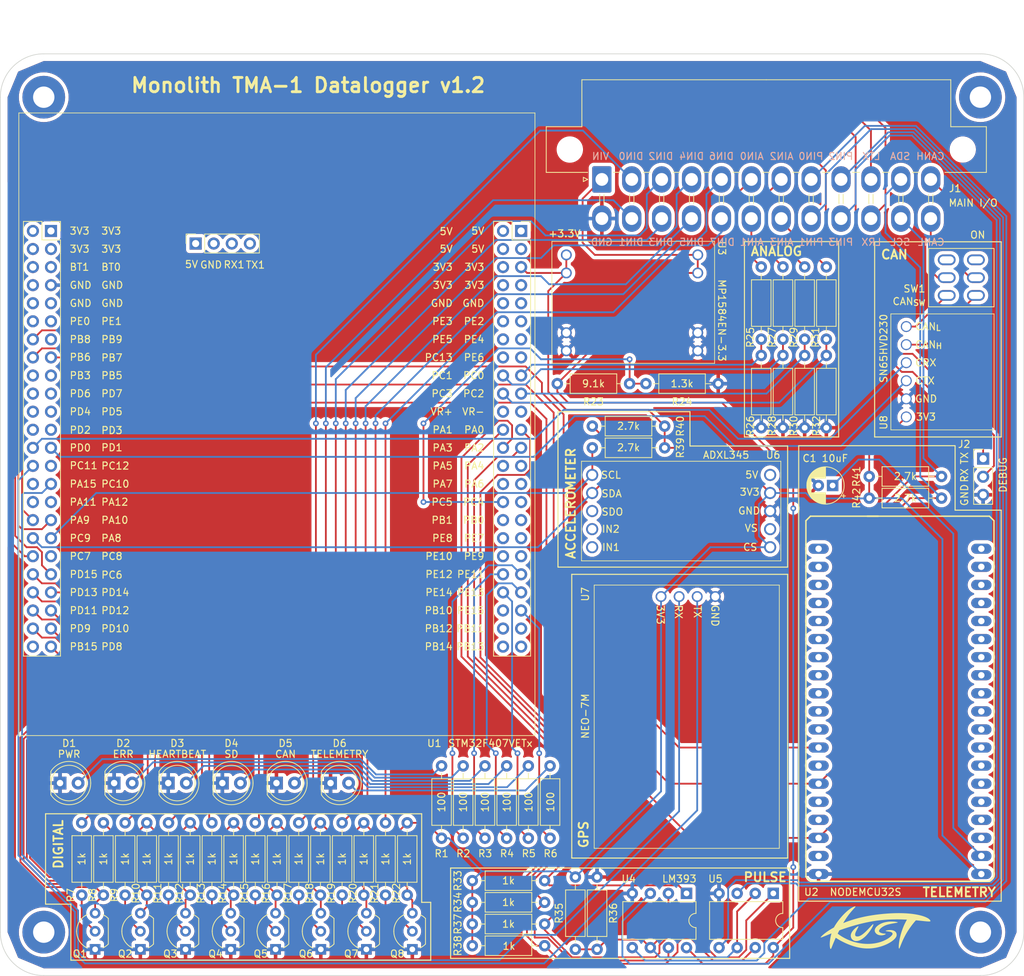
<source format=kicad_pcb>
(kicad_pcb (version 20240108) (generator "pcbnew") (generator_version "8.0")
  (layers (0 "F.Cu" signal) (31 "B.Cu" signal) (34 "B.Paste" user) (35 "F.Paste" user) (36 "B.SilkS" user "B.Silkscreen") (37 "F.SilkS" user "F.Silkscreen") (38 "B.Mask" user) (39 "F.Mask" user) (44 "Edge.Cuts" user))
  (net 0 "")
  (net 1 "Net-(U8-CANL)")
  (net 2 "/CANL")
  (net 3 "Net-(U8-CANH)")
  (net 4 "/CANH")
  (net 5 "/STM_AIN0")
  (net 6 "/STM_AIN1")
  (net 7 "/STM_AIN2")
  (net 8 "/STM_AIN3")
  (net 9 "/STM_PIN0")
  (net 10 "/STM_PIN1")
  (net 11 "/STM_PIN2")
  (net 12 "/STM_PIN3")
  (net 14 "/LED_{ERR}")
  (net 15 "/LED_{HEARTBEAT}")
  (net 16 "/LED_{SD}")
  (net 17 "/LED_{CAN}")
  (net 18 "/LED_{TELEMETRY}")
  (net 21 "/STM_DIN2")
  (net 22 "/STM_DIN3")
  (net 23 "/STM_DIN4")
  (net 24 "/STM_DIN5")
  (net 25 "/STM_DIN6")
  (net 26 "/LOG_UART_TX")
  (net 27 "/LOG_UART_RX")
  (net 28 "/ACC_I2C_SDA")
  (net 29 "/ACC_I2C_SCL")
  (net 30 "/DEBUG_UART_TX")
  (net 31 "/DEBUG_UART_RX")
  (net 32 "/GPS_UART_TX")
  (net 33 "/CRX")
  (net 34 "/CTX")
  (net 37 "/ESP_I2C_SCL")
  (net 38 "/ESP_I2C_SDA")
  (net 40 "/ESP_COMM")
  (net 41 "+3.3V")
  (net 42 "GND")
  (net 75 "VBUS")
  (net 76 "/GPS_UART_RX")
  (net 82 "VAA")
  (net 83 "Net-(D1-A)")
  (net 84 "Net-(D2-A)")
  (net 85 "Net-(D3-A)")
  (net 86 "Net-(D4-A)")
  (net 87 "Net-(D5-A)")
  (net 88 "Net-(D6-A)")
  (net 89 "/STM_DIN0")
  (net 90 "/DIN0")
  (net 91 "Net-(Q1-B)")
  (net 92 "/DIN1")
  (net 93 "Net-(Q2-B)")
  (net 94 "/STM_DIN1")
  (net 95 "/DIN2")
  (net 96 "Net-(Q3-B)")
  (net 97 "/DIN3")
  (net 98 "Net-(Q4-B)")
  (net 99 "/DIN4")
  (net 100 "Net-(Q5-B)")
  (net 101 "/DIN6")
  (net 102 "Net-(Q6-B)")
  (net 103 "/DIN5")
  (net 104 "Net-(Q7-B)")
  (net 105 "/DIN7")
  (net 106 "Net-(Q8-B)")
  (net 107 "/STM_DIN7")
  (net 108 "/V_{SENSE}")
  (net 109 "/AIN0")
  (net 110 "/AIN1")
  (net 111 "/AIN2")
  (net 112 "/AIN3")
  (net 113 "/PIN0")
  (net 114 "/PIN1")
  (net 115 "/PIN2")
  (net 116 "/PIN3")
  (net 117 "Net-(C1-Pad1)")
  (footprint "footprints:NODEMCU32S" (layer "F.Cu") (at 198.628 120.483 180)
    (property "Reference" "U2")
    (property "Value" "NODEMCU32S")
  )
  (footprint "Resistor_THT:R_Axial_DIN0207_L6.3mm_D2.5mm_P10.16mm_Horizontal" (layer "F.Cu") (at 149.86 139.827 90)
    (property "Reference" "R6")
    (property "Value" "100")
  )
  (footprint "Package_TO_SOT_THT:TO-92_Inline_Wide" (layer "F.Cu") (at 111.306 155.448 90)
    (property "Reference" "Q5")
    (property "Value" "2N3904")
  )
  (footprint "Resistor_THT:R_Axial_DIN0207_L6.3mm_D2.5mm_P10.16mm_Horizontal" (layer "F.Cu") (at 140.716 139.827 90)
    (property "Reference" "R3")
    (property "Value" "100")
  )
  (footprint "Resistor_THT:R_Axial_DIN0207_L6.3mm_D2.5mm_P10.16mm_Horizontal" (layer "F.Cu") (at 143.764 139.827 90)
    (property "Reference" "R4")
    (property "Value" "100")
  )
  (footprint "Resistor_THT:R_Axial_DIN0207_L6.3mm_D2.5mm_P10.16mm_Horizontal" (layer "F.Cu") (at 117.602 137.668 -90)
    (property "Reference" "R18")
    (property "Value" "1k")
  )
  (footprint "LED_THT:LED_D5.0mm_FlatTop" (layer "F.Cu") (at 103.826 132.08)
    (property "Reference" "D4")
    (property "Value" "SD")
  )
  (footprint "Resistor_THT:R_Axial_DIN0207_L6.3mm_D2.5mm_P10.16mm_Horizontal" (layer "F.Cu") (at 138.938 154.94)
    (property "Reference" "R38")
    (property "Value" "1k")
  )
  (footprint "Resistor_THT:R_Axial_DIN0207_L6.3mm_D2.5mm_P10.16mm_Horizontal" (layer "F.Cu") (at 120.65 137.668 -90)
    (property "Reference" "R19")
    (property "Value" "1k")
  )
  (footprint "Resistor_THT:R_Axial_DIN0207_L6.3mm_D2.5mm_P10.16mm_Horizontal" (layer "F.Cu") (at 87.122 137.668 -90)
    (property "Reference" "R8")
    (property "Value" "1k")
  )
  (footprint "Resistor_THT:R_Axial_DIN0207_L6.3mm_D2.5mm_P10.16mm_Horizontal" (layer "F.Cu") (at 194.691 92.035)
    (property "Reference" "R42")
    (property "Value" "2.7k")
  )
  (footprint "Resistor_THT:R_Axial_DIN0207_L6.3mm_D2.5mm_P10.16mm_Horizontal" (layer "F.Cu") (at 188.6712 59.5376 -90)
    (property "Reference" "R31")
    (property "Value" "470")
  )
  (footprint "Resistor_THT:R_Axial_DIN0207_L6.3mm_D2.5mm_P10.16mm_Horizontal" (layer "F.Cu") (at 188.6712 71.9836 -90)
    (property "Reference" "R32")
    (property "Value" "910")
  )
  (footprint "LED_THT:LED_D5.0mm_FlatTop" (layer "F.Cu") (at 111.426 132.08)
    (property "Reference" "D5")
    (property "Value" "CAN")
  )
  (footprint "Resistor_THT:R_Axial_DIN0207_L6.3mm_D2.5mm_P10.16mm_Horizontal" (layer "F.Cu") (at 138.938 151.892)
    (property "Reference" "R37")
    (property "Value" "1k")
  )
  (footprint "LED_THT:LED_D5.0mm_FlatTop" (layer "F.Cu") (at 96.226 132.08)
    (property "Reference" "D3")
    (property "Value" "HEARTBEAT")
  )
  (footprint "Resistor_THT:R_Axial_DIN0207_L6.3mm_D2.5mm_P10.16mm_Horizontal" (layer "F.Cu") (at 114.554 137.668 -90)
    (property "Reference" "R17")
    (property "Value" "1k")
  )
  (footprint "footprints:GPS_MODULE" (layer "F.Cu") (at 169.291 123.571 -90)
    (property "Reference" "U7")
    (property "Value" "NEO-7M")
  )
  (footprint "Resistor_THT:R_Axial_DIN0207_L6.3mm_D2.5mm_P10.16mm_Horizontal" (layer "F.Cu") (at 185.6232 59.5376 -90)
    (property "Reference" "R29")
    (property "Value" "470")
  )
  (footprint "Resistor_THT:R_Axial_DIN0207_L6.3mm_D2.5mm_P10.16mm_Horizontal" (layer "F.Cu") (at 153.416 145.288 -90)
    (property "Reference" "R35")
    (property "Value" "680" (hide yes))
  )
  (footprint "Resistor_THT:R_Axial_DIN0207_L6.3mm_D2.5mm_P10.16mm_Horizontal" (layer "F.Cu") (at 90.17 137.668 -90)
    (property "Reference" "R9")
    (property "Value" "1k")
  )
  (footprint "Package_TO_SOT_THT:TO-92_Inline_Wide" (layer "F.Cu") (at 117.656 155.448 90)
    (property "Reference" "Q6")
    (property "Value" "2N3904")
  )
  (footprint "Package_TO_SOT_THT:TO-92_Inline_Wide" (layer "F.Cu") (at 124.058 155.448 90)
    (property "Reference" "Q7")
    (property "Value" "2N3904")
  )
  (footprint "Package_DIP:DIP-8_W7.62mm" (layer "F.Cu") (at 181.219 147.584 -90)
    (property "Reference" "U5")
    (property "Value" "LM393" (hide yes))
  )
  (footprint "Resistor_THT:R_Axial_DIN0207_L6.3mm_D2.5mm_P10.16mm_Horizontal" (layer "F.Cu") (at 182.5752 59.5376 -90)
    (property "Reference" "R27")
    (property "Value" "470")
  )
  (footprint "Resistor_THT:R_Axial_DIN0207_L6.3mm_D2.5mm_P10.16mm_Horizontal" (layer "F.Cu") (at 194.691 88.987)
    (property "Reference" "R41")
    (property "Value" "2.7k")
  )
  (footprint "footprints:TOGGLE_SWITCH" (layer "F.Cu") (at 203.0016 68.9824)
    (property "Reference" "SW1")
    (property "Value" "CAN_{SW}")
  )
  (footprint "Resistor_THT:R_Axial_DIN0207_L6.3mm_D2.5mm_P10.16mm_Horizontal" (layer "F.Cu") (at 105.41 137.668 -90)
    (property "Reference" "R14")
    (property "Value" "1k")
  )
  (footprint "MountingHole:MountingHole_3mm_Pad" (layer "F.Cu") (at 78.74 35.687)
    (property "Reference" "REF**" (hide yes))
    (property "Value" "MountingHole_3mm_Pad" (hide yes))
  )
  (footprint "MountingHole:MountingHole_3mm_Pad" (layer "F.Cu") (at 210.312 35.687)
    (property "Reference" "REF**" (hide yes))
    (property "Value" "MountingHole_3mm_Pad" (hide yes))
  )
  (footprint "Resistor_THT:R_Axial_DIN0207_L6.3mm_D2.5mm_P10.16mm_Horizontal" (layer "F.Cu") (at 108.458 137.668 -90)
    (property "Reference" "R15")
    (property "Value" "1k")
  )
  (footprint "Resistor_THT:R_Axial_DIN0207_L6.3mm_D2.5mm_P10.16mm_Horizontal" (layer "F.Cu") (at 163.322 75.946)
    (property "Reference" "R24")
    (property "Value" "1.3k")
  )
  (footprint "Resistor_THT:R_Axial_DIN0207_L6.3mm_D2.5mm_P10.16mm_Horizontal" (layer "F.Cu") (at 137.654 139.827 90)
    (property "Reference" "R2")
    (property "Value" "100")
  )
  (footprint "footprints:SN65HVD230_MODULE" (layer "F.Cu") (at 205.1304 74.9046)
    (property "Reference" "U8")
    (property "Value" "SN65HVD230")
  )
  (footprint "MountingHole:MountingHole_3mm_Pad" (layer "F.Cu") (at 210.312 153.035)
    (property "Reference" "REF**" (hide yes))
    (property "Value" "MountingHole_3mm_Pad" (hide yes))
  )
  (footprint "Resistor_THT:R_Axial_DIN0207_L6.3mm_D2.5mm_P10.16mm_Horizontal" (layer "F.Cu") (at 96.266 137.668 -90)
    (property "Reference" "R11")
    (property "Value" "1k")
  )
  (footprint "Resistor_THT:R_Axial_DIN0207_L6.3mm_D2.5mm_P10.16mm_Horizontal" (layer "F.Cu") (at 150.876 75.946)
    (property "Reference" "R23")
    (property "Value" "9.1k")
  )
  (footprint "Resistor_THT:R_Axial_DIN0207_L6.3mm_D2.5mm_P10.16mm_Horizontal" (layer "F.Cu") (at 126.746 137.668 -90)
    (property "Reference" "R21")
    (property "Value" "1k")
  )
  (footprint "Resistor_THT:R_Axial_DIN0207_L6.3mm_D2.5mm_P10.16mm_Horizontal" (layer "F.Cu") (at 179.5272 71.9836 -90)
    (property "Reference" "R26")
    (property "Value" "910")
  )
  (footprint "Package_TO_SOT_THT:TO-92_Inline_Wide" (layer "F.Cu") (at 92.308 155.448 90)
    (property "Reference" "Q2")
    (property "Value" "2N3904")
  )
  (footprint "Resistor_THT:R_Axial_DIN0207_L6.3mm_D2.5mm_P10.16mm_Horizontal" (layer "F.Cu") (at 102.362 137.668 -90)
    (property "Reference" "R13")
    (property "Value" "1k")
  )
  (footprint "Resistor_THT:R_Axial_DIN0207_L6.3mm_D2.5mm_P10.16mm_Horizontal" (layer "F.Cu") (at 185.6232 71.9836 -90)
    (property "Reference" "R30")
    (property "Value" "910")
  )
  (footprint "KUST:KUST_TAM-1_1" (layer "F.Cu") (at 195.58 152.4)
    (property "Reference" "G***" (hide yes))
    (property "Value" "LOGO" (hide yes))
  )
  (footprint "Resistor_THT:R_Axial_DIN0207_L6.3mm_D2.5mm_P10.16mm_Horizontal" (layer "F.Cu") (at 138.938 145.796)
    (property "Reference" "R33")
    (property "Value" "1k")
  )
  (footprint "Package_TO_SOT_THT:TO-92_Inline_Wide" (layer "F.Cu") (at 98.658 155.448 90)
    (property "Reference" "Q3")
    (property "Value" "2N3904")
  )
  (footprint "Resistor_THT:R_Axial_DIN0207_L6.3mm_D2.5mm_P10.16mm_Horizontal" (layer "F.Cu") (at 182.5752 71.9836 -90)
    (property "Reference" "R28")
    (property "Value" "910")
  )
  (footprint "Resistor_THT:R_Axial_DIN0207_L6.3mm_D2.5mm_P10.16mm_Horizontal" (layer "F.Cu") (at 146.812 139.827 90)
    (property "Reference" "R5")
    (property "Value" "100")
  )
  (footprint "Resistor_THT:R_Axial_DIN0207_L6.3mm_D2.5mm_P10.16mm_Horizontal" (layer "F.Cu") (at 165.959 81.915 180)
    (property "Reference" "R40")
    (property "Value" "2.7k")
  )
  (footprint "Package_TO_SOT_THT:TO-92_Inline_Wide" (layer "F.Cu") (at 130.512 155.448 90)
    (property "Reference" "Q8")
    (property "Value" "2N3904")
  )
  (footprint "Resistor_THT:R_Axial_DIN0207_L6.3mm_D2.5mm_P10.16mm_Horizontal" (layer "F.Cu") (at 156.464 155.448 90)
    (property "Reference" "R36")
    (property "Value" "330" (hide yes))
  )
  (footprint "Resistor_THT:R_Axial_DIN0207_L6.3mm_D2.5mm_P10.16mm_Horizontal" (layer "F.Cu") (at 179.5272 59.5376 -90)
    (property "Reference" "R25")
    (property "Value" "470")
  )
  (footprint "Resistor_THT:R_Axial_DIN0207_L6.3mm_D2.5mm_P10.16mm_Horizontal" (layer "F.Cu") (at 93.218 137.668 -90)
    (property "Reference" "R10")
    (property "Value" "1k")
  )
  (footprint "footprints:ADXL345_MODULE" (layer "F.Cu") (at 168.753 94.376)
    (property "Reference" "U6")
    (property "Value" "ADXL345")
  )
  (footprint "LED_THT:LED_D5.0mm_FlatTop" (layer "F.Cu") (at 88.626 132.08)
    (property "Reference" "D2")
    (property "Value" "ERR")
  )
  (footprint "LED_THT:LED_D5.0mm_FlatTop" (layer "F.Cu") (at 81.026 132.08)
    (property "Reference" "D1")
    (property "Value" "PWR")
  )
  (footprint "Connector_Molex:Molex_Mini-Fit_Jr_5569-24A1_2x12_P4.20mm_Horizontal" (layer "F.Cu") (at 157.136 47.244)
    (property "Reference" "J1")
    (property "Value" "MAIN I/O")
  )
  (footprint "Package_DIP:DIP-8_W7.62mm" (layer "F.Cu") (at 169.027 147.584 -90)
    (property "Reference" "U4")
    (property "Value" "LM393")
  )
  (footprint "Resistor_THT:R_Axial_DIN0207_L6.3mm_D2.5mm_P10.16mm_Horizontal" (layer "F.Cu") (at 134.62 139.827 90)
    (property "Reference" "R1")
    (property "Value" "100")
  )
  (footprint "Resistor_THT:R_Axial_DIN0207_L6.3mm_D2.5mm_P10.16mm_Horizontal" (layer "F.Cu") (at 165.959 84.963 180)
    (property "Reference" "R39")
    (property "Value" "2.7k")
  )
  (footprint "Resistor_THT:R_Axial_DIN0207_L6.3mm_D2.5mm_P10.16mm_Horizontal" (layer "F.Cu") (at 123.698 137.668 -90)
    (property "Reference" "R20")
    (property "Value" "1k")
  )
  (footprint "footprints:MP1584EN_MODULE" (layer "F.Cu") (at 161.925 64.8335)
    (property "Reference" "U3")
    (property "Value" "MP1584EN-3.3")
  )
  (footprint "Package_TO_SOT_THT:TO-92_Inline_Wide" (layer "F.Cu") (at 105.008 155.448 90)
    (property "Reference" "Q4")
    (property "Value" "2N3904")
  )
  (footprint "Capacitor_THT:CP_Radial_D5.0mm_P2.00mm" (layer "F.Cu") (at 189.550113 90.257 180)
    (property "Reference" "C1")
    (property "Value" "10uF")
  )
  (footprint "Resistor_THT:R_Axial_DIN0207_L6.3mm_D2.5mm_P10.16mm_Horizontal" (layer "F.Cu") (at 129.794 137.668 -90)
    (property "Reference" "R22")
    (property "Value" "1k")
  )
  (footprint "MountingHole:MountingHole_3mm_Pad" (layer "F.Cu") (at 78.74 153.035)
    (property "Reference" "REF**" (hide yes))
    (property "Value" "MountingHole_3mm_Pad" (hide yes))
  )
  (footprint "LED_THT:LED_D5.0mm_FlatTop" (layer "F.Cu") (at 119.026 132.08)
    (property "Reference" "D6")
    (property "Value" "TELEMETRY")
  )
  (footprint "Resistor_THT:R_Axial_DIN0207_L6.3mm_D2.5mm_P10.16mm_Horizontal" (layer "F.Cu") (at 111.506 137.668 -90)
    (property "Reference" "R16")
    (property "Value" "1k")
  )
  (footprint "footprints:STM32F407_HOLDER" (layer "F.Cu") (at 110.236 82.042)
    (property "Reference" "U1")
    (property "Value" "STM32F407VETx")
  )
  (footprint "Resistor_THT:R_Axial_DIN0207_L6.3mm_D2.5mm_P10.16mm_Horizontal" (layer "F.Cu") (at 138.938 148.844)
    (property "Reference" "R34")
    (property "Value" "1k")
  )
  (footprint "Resistor_THT:R_Axial_DIN0207_L6.3mm_D2.5mm_P10.16mm_Horizontal" (layer "F.Cu") (at 84.074 137.668 -90)
    (property "Reference" "R7")
    (property "Value" "1k")
  )
  (footprint "Connector_PinHeader_2.54mm:PinHeader_1x03_P2.54mm_Vertical" (layer "F.Cu") (at 210.693 86.487)
    (property "Reference" "J2")
    (property "Value" "DEBUG")
  )
  (footprint "Resistor_THT:R_Axial_DIN0207_L6.3mm_D2.5mm_P10.16mm_Horizontal" (layer "F.Cu") (at 99.314 137.668 -90)
    (property "Reference" "R12")
    (property "Value" "1k")
  )
  (footprint "Package_TO_SOT_THT:TO-92_Inline_Wide" (layer "F.Cu") (at 85.958 155.448 90)
    (property "Reference" "Q1")
    (property "Value" "2N3904")
  )
  (gr_line (start 177.165 57.277) (end 177.165 83.439) (stroke (width 0.15)) (layer "F.SilkS"))
  (gr_line (start 190.3984 66.167) (end 190.3984 83.439) (stroke (width 0.15)) (layer "F.SilkS"))
  (gr_line (start 183.515 156.718) (end 183.515 144.018) (stroke (width 0.15)) (layer "F.SilkS"))
  (gr_line (start 131.826 136.398) (end 131.826 148.844) (stroke (width 0.15)) (layer "F.SilkS"))
  (gr_line (start 177.165 83.439) (end 190.3984 83.439) (stroke (width 0.15)) (layer "F.SilkS"))
  (gr_line (start 133.096 156.972) (end 82.55 156.972) (stroke (width 0.15)) (layer "F.SilkS"))
  (gr_line (start 150.973 79.883) (end 150.973 101.727) (stroke (width 0.15)) (layer "F.SilkS"))
  (gr_line (start 78.994 136.398) (end 131.826 136.398) (stroke (width 0.15)) (layer "F.SilkS"))
  (gr_line (start 82.55 156.972) (end 82.55 149.098) (stroke (width 0.15)) (layer "F.SilkS"))
  (gr_line (start 133.096 156.972) (end 133.096 156.972) (stroke (width 0.15)) (layer "F.SilkS"))
  (gr_line (start 195.453 83.439) (end 213.233 83.439) (stroke (width 0.15)) (layer "F.SilkS"))
  (gr_line (start 190.3984 55.9816) (end 190.3984 66.167) (stroke (width 0.15)) (layer "F.SilkS"))
  (gr_line (start 213.233 83.439) (end 213.233 56.007) (stroke (width 0.15)) (layer "F.SilkS"))
  (gr_line (start 213.233 56.007) (end 195.453 56.007) (stroke (width 0.15)) (layer "F.SilkS"))
  (gr_line (start 150.973 101.727) (end 183.231 101.727) (stroke (width 0.15)) (layer "F.SilkS"))
  (gr_line (start 213.233 147.153) (end 213.233 148.677) (stroke (width 0.15)) (layer "F.SilkS"))
  (gr_line (start 169.515 84.709) (end 169.515 79.883) (stroke (width 0.15)) (layer "F.SilkS"))
  (gr_line (start 78.994 149.098) (end 78.994 136.398) (stroke (width 0.15)) (layer "F.SilkS"))
  (gr_line (start 183.2356 102.743) (end 183.2356 142.621) (stroke (width 0.15)) (layer "F.SilkS"))
  (gr_line (start 152.908 102.743) (end 183.2356 102.743) (stroke (width 0.15)) (layer "F.SilkS"))
  (gr_line (start 169.515 79.883) (end 150.973 79.883) (stroke (width 0.15)) (layer "F.SilkS"))
  (gr_line (start 131.826 148.844) (end 133.096 148.844) (stroke (width 0.15)) (layer "F.SilkS"))
  (gr_line (start 213.233 93.726) (end 206.756 93.726) (stroke (width 0.15)) (layer "F.SilkS"))
  (gr_line (start 152.908 142.621) (end 152.908 102.743) (stroke (width 0.15)) (layer "F.SilkS"))
  (gr_line (start 183.231 84.709) (end 169.515 84.709) (stroke (width 0.15)) (layer "F.SilkS"))
  (gr_line (start 183.2356 142.621) (end 152.908 142.621) (stroke (width 0.15)) (layer "F.SilkS"))
  (gr_line (start 206.756 93.726) (end 206.756 84.669) (stroke (width 0.15)) (layer "F.SilkS"))
  (gr_line (start 184.785 84.669) (end 206.756 84.669) (stroke (width 0.15)) (layer "F.SilkS"))
  (gr_line (start 177.165 55.9816) (end 177.165 57.277) (stroke (width 0.15)) (layer "F.SilkS"))
  (gr_line (start 213.233 93.726) (end 213.233 147.153) (stroke (width 0.15)) (layer "F.SilkS"))
  (gr_line (start 183.515 144.018) (end 135.89 144.018) (stroke (width 0.15)) (layer "F.SilkS"))
  (gr_line (start 135.89 144.018) (end 135.89 156.718) (stroke (width 0.15)) (layer "F.SilkS"))
  (gr_line (start 82.55 149.098) (end 78.994 149.098) (stroke (width 0.15)) (layer "F.SilkS"))
  (gr_line (start 177.165 55.9816) (end 190.3984 55.9816) (stroke (width 0.15)) (layer "F.SilkS"))
  (gr_line (start 195.453 56.007) (end 195.453 83.439) (stroke (width 0.15)) (layer "F.SilkS"))
  (gr_line (start 183.231 101.727) (end 183.231 84.709) (stroke (width 0.15)) (layer "F.SilkS"))
  (gr_line (start 213.233 148.677) (end 184.785 148.677) (stroke (width 0.15)) (layer "F.SilkS"))
  (gr_line (start 184.785 148.677) (end 184.785 84.669) (stroke (width 0.15)) (layer "F.SilkS"))
  (gr_line (start 135.89 156.718) (end 183.515 156.718) (stroke (width 0.15)) (layer "F.SilkS"))
  (gr_line (start 133.096 148.844) (end 133.096 156.972) (stroke (width 0.15)) (layer "F.SilkS"))
  (gr_line (start 210.312 159.131) (end 78.74 159.131) (stroke (width 0.1)) (layer "Edge.Cuts"))
  (gr_arc (start 210.312 29.591) (mid 214.622523 31.376477) (end 216.408 35.687) (stroke (width 0.1)) (layer "Edge.Cuts"))
  (gr_line (start 78.74 29.591) (end 210.312 29.591) (stroke (width 0.1)) (layer "Edge.Cuts"))
  (gr_arc (start 78.74 159.131) (mid 74.429477 157.345523) (end 72.644 153.035) (stroke (width 0.1)) (layer "Edge.Cuts"))
  (gr_arc (start 216.408 153.035) (mid 214.622523 157.345523) (end 210.312 159.131) (stroke (width 0.1)) (layer "Edge.Cuts"))
  (gr_line (start 72.644 153.035) (end 72.644 35.687) (stroke (width 0.1)) (layer "Edge.Cuts"))
  (gr_arc (start 72.644 35.687) (mid 74.429477 31.376477) (end 78.74 29.591) (stroke (width 0.1)) (layer "Edge.Cuts"))
  (gr_line (start 216.408 35.687) (end 216.408 153.035) (stroke (width 0.1)) (layer "Edge.Cuts"))
  (gr_text "DIN6" (at 175.768 44.577 0) (layer "B.SilkS") (effects (font (size 1 1)) (justify left bottom mirror)))
  (gr_text "PIN2" (at 192.532 44.577 0) (layer "B.SilkS") (effects (font (size 1 1)) (justify left bottom mirror)))
  (gr_text "PIN1" (at 188.341 56.642 0) (layer "B.SilkS") (effects (font (size 1 1)) (justify left bottom mirror)))
  (gr_text "SDA" (at 200.533 44.577 0) (layer "B.SilkS") (effects (font (size 1 1)) (justify left bottom mirror)))
  (gr_text "DIN7" (at 175.895 56.642 0) (layer "B.SilkS") (effects (font (size 1 1)) (justify left bottom mirror)))
  (gr_text "DIN5" (at 171.577 56.642 0) (layer "B.SilkS") (effects (font (size 1 1)) (justify left bottom mirror)))
  (gr_text "DIN1" (at 163.068 56.642 0) (layer "B.SilkS") (effects (font (size 1 1)) (justify left bottom mirror)))
  (gr_text "CANL" (at 205.359 56.642 0) (layer "B.SilkS") (effects (font (size 1 1)) (justify left bottom mirror)))
  (gr_text "DIN0" (at 163.068 44.577 0) (layer "B.SilkS") (effects (font (size 1 1)) (justify left bottom mirror)))
  (gr_text "LRX" (at 196.469 56.642 0) (layer "B.SilkS") (effects (font (size 1 1)) (justify left bottom mirror)))
  (gr_text "AIN3" (at 184.15 56.642 0) (layer "B.SilkS") (effects (font (size 1 1)) (justify left bottom mirror)))
  (gr_text "AIN2" (at 184.15 44.577 0) (layer "B.SilkS") (effects (font (size 1 1)) (justify left bottom mirror)))
  (gr_text "DIN3" (at 167.259 56.642 0) (layer "B.SilkS") (effects (font (size 1 1)) (justify left bottom mirror)))
  (gr_text "VIN" (at 158.242 44.577 0) (layer "B.SilkS") (effects (font (size 1 1)) (justify left bottom mirror)))
  (gr_text "DIN4" (at 171.577 44.577 0) (layer "B.SilkS") (effects (font (size 1 1)) (justify left bottom mirror)))
  (gr_text "LTX" (at 196.342 44.577 0) (layer "B.SilkS") (effects (font (size 1 1)) (justify left bottom mirror)))
  (gr_text "GND" (at 158.75 56.642 0) (layer "B.SilkS") (effects (font (size 1 1)) (justify left bottom mirror)))
  (gr_text "PIN3" (at 192.532 56.642 0) (layer "B.SilkS") (effects (font (size 1 1)) (justify left bottom mirror)))
  (gr_text "DIN2" (at 167.259 44.577 0) (layer "B.SilkS") (effects (font (size 1 1)) (justify left bottom mirror)))
  (gr_text "AIN1" (at 179.959 56.642 0) (layer "B.SilkS") (effects (font (size 1 1)) (justify left bottom mirror)))
  (gr_text "AIN0" (at 179.959 44.577 0) (layer "B.SilkS") (effects (font (size 1 1)) (justify left bottom mirror)))
  (gr_text "CANH" (at 205.359 44.577 0) (layer "B.SilkS") (effects (font (size 1 1)) (justify left bottom mirror)))
  (gr_text "SCL" (at 200.533 56.642 0) (layer "B.SilkS") (effects (font (size 1 1)) (justify left bottom mirror)))
  (gr_text "PIN0" (at 188.341 44.577 0) (layer "B.SilkS") (effects (font (size 1 1)) (justify left bottom mirror)))
  (gr_text "GND" (at 208.661 93.218 90) (layer "F.SilkS") (effects (font (size 1 1)) (justify left bottom)))
  (gr_text "PULSE" (at 176.911 146.05 0) (layer "F.SilkS") (effects (font (size 1.27 1.27) (thickness 0.254) (bold yes)) (justify left bottom)))
  (gr_text "TELEMETRY" (at 202.057 148.169 0) (layer "F.SilkS") (effects (font (size 1.27 1.27) (thickness 0.254) (bold yes)) (justify left bottom)))
  (gr_text "GPS" (at 155.321 141.351 90) (layer "F.SilkS") (effects (font (size 1.27 1.27) (thickness 0.254) (bold yes)) (justify left bottom)))
  (gr_text "Monolith TMA-1 Datalogger v1.2" (at 90.805 35.179 0) (layer "F.SilkS") (effects (font (size 2 2) (thickness 0.4) (bold yes)) (justify left bottom)))
  (gr_text "RX" (at 208.661 89.916 90) (layer "F.SilkS") (effects (font (size 1 1)) (justify left bottom)))
  (gr_text "DIGITAL" (at 81.534 144.272 90) (layer "F.SilkS") (effects (font (size 1.27 1.27) (thickness 0.254) (bold yes)) (justify left bottom)))
  (gr_text "ON" (at 208.788 55.626 0) (layer "F.SilkS") (effects (font (size 1 1)) (justify left bottom)))
  (gr_text "CAN" (at 196.215 58.547 0) (layer "F.SilkS") (effects (font (size 1.27 1.27) (thickness 0.254) (bold yes)) (justify left bottom)))
  (gr_text "ANALOG" (at 177.927 58.0898 0) (layer "F.SilkS") (effects (font (size 1.27 1.27) (thickness 0.254) (bold yes)) (justify left bottom)))
  (gr_text "TX" (at 208.661 87.376 90) (layer "F.SilkS") (effects (font (size 1 1)) (justify left bottom)))
  (gr_text "ACCELEROMETER" (at 153.513 100.711 90) (layer "F.SilkS") (effects (font (size 1.27 1.27) (thickness 0.254) (bold yes)) (justify left bottom)))
  (segment (start 205.577 63.547) (end 201.201 67.923) (width 0.25) (layer "F.Cu") (net 1))
  (segment (start 201.201 67.923) (end 199.898 67.923) (width 0.25) (layer "F.Cu") (net 1))
  (segment (start 203.336 52.744) (end 203.336 60.08) (width 0.25) (layer "F.Cu") (net 2))
  (segment (start 203.336 60.08) (end 204.303 61.047) (width 0.25) (layer "F.Cu") (net 2))
  (segment (start 204.303 61.047) (end 205.577 61.047) (width 0.25) (layer "F.Cu") (net 2))
  (segment (start 209.677 63.547) (end 202.761 70.463) (width 0.25) (layer "F.Cu") (net 3))
  (segment (start 202.761 70.463) (end 199.898 70.463) (width 0.25) (layer "F.Cu") (net 3))
  (segment (start 203.336 47.244) (end 207.772 51.68) (width 0.25) (layer "F.Cu") (net 4))
  (segment (start 208.875 61.047) (end 209.677 61.047) (width 0.25) (layer "F.Cu") (net 4))
  (segment (start 207.772 51.68) (end 207.772 59.944) (width 0.25) (layer "F.Cu") (net 4))
  (segment (start 207.772 59.944) (end 208.875 61.047) (width 0.25) (layer "F.Cu") (net 4))
  (segment (start 179.5272 69.6976) (end 179.5272 71.9836) (width 0.25) (layer "F.Cu") (net 5))
  (segment (start 178.2318 73.279) (end 179.5272 71.9836) (width 0.25) (layer "B.Cu") (net 5))
  (segment (start 147.3222 73.279) (end 178.2318 73.279) (width 0.25) (layer "B.Cu") (net 5))
  (segment (start 145.7982 74.803) (end 147.3222 73.279) (width 0.25) (layer "B.Cu") (net 5))
  (segment (start 182.5752 69.6976) (end 182.5752 71.9836) (width 0.25) (layer "F.Cu") (net 6))
  (segment (start 143.2582 74.803) (end 144.5282 76.073) (width 0.25) (layer "B.Cu") (net 6))
  (segment (start 180.6448 73.914) (end 182.5752 71.9836) (width 0.25) (layer "B.Cu") (net 6))
  (segment (start 148.59 73.914) (end 180.6448 73.914) (width 0.25) (layer "B.Cu") (net 6))
  (segment (start 146.431 76.073) (end 148.59 73.914) (width 0.25) (layer "B.Cu") (net 6))
  (segment (start 144.5282 76.073) (end 146.431 76.073) (width 0.25) (layer "B.Cu") (net 6))
  (segment (start 185.6232 69.6976) (end 185.6232 71.9836) (width 0.25) (layer "F.Cu") (net 7))
  (segment (start 180.2638 77.343) (end 145.7982 77.343) (width 0.25) (layer "B.Cu") (net 7))
  (segment (start 185.6232 71.9836) (end 180.2638 77.343) (width 0.25) (layer "B.Cu") (net 7))
  (segment (start 188.6712 69.6976) (end 188.6712 71.9836) (width 0.25) (layer "F.Cu") (net 8))
  (segment (start 143.2582 77.343) (end 144.5282 78.613) (width 0.25) (layer "B.Cu") (net 8))
  (segment (start 144.5282 78.613) (end 182.0418 78.613) (width 0.25) (layer "B.Cu") (net 8))
  (segment (start 182.0418 78.613) (end 188.6712 71.9836) (width 0.25) (layer "B.Cu") (net 8))
  (segment (start 147.066 88.011) (end 147.066 83.6908) (width 0.25) (layer "F.Cu") (net 9))
  (segment (start 140.081 114.427) (end 140.081 91.186) (width 0.25) (layer "F.Cu") (net 9))
  (segment (start 169.027 147.584) (end 167.902 146.459) (width 0.25) (layer "F.Cu") (net 9))
  (segment (start 156.337 138.557) (end 156.337 130.683) (width 0.25) (layer "F.Cu") (net 9))
  (segment (start 149.098 145.796) (end 156.337 138.557) (width 0.25) (layer "F.Cu") (net 9))
  (segment (start 146.304 88.773) (end 147.066 88.011) (width 0.25) (layer "F.Cu") (net 9))
  (segment (start 140.081 91.186) (end 142.494 88.773) (width 0.25) (layer "F.Cu") (net 9))
  (segment (start 142.494 88.773) (end 146.304 88.773) (width 0.25) (layer "F.Cu") (net 9))
  (segment (start 147.066 83.6908) (end 145.7982 82.423) (width 0.25) (layer "F.Cu") (net 9))
  (segment (start 149.761 146.459) (end 149.098 145.796) (width 0.25) (layer "F.Cu") (net 9))
  (segment (start 156.337 130.683) (end 140.081 114.427) (width 0.25) (layer "F.Cu") (net 9))
  (segment (start 167.902 146.459) (end 149.761 146.459) (width 0.25) (layer "F.Cu") (net 9))
  (segment (start 166.487 155.204) (end 166.487 156.472604) (width 0.25) (layer "F.Cu") (net 10))
  (segment (start 138.303 87.3782) (end 143.2582 82.423) (width 0.25) (layer "F.Cu") (net 10))
  (segment (start 149.098 148.844) (end 147.066 146.812) (width 0.25) (layer "F.Cu") (net 10))
  (segment (start 149.545991 153.797) (end 147.701 153.797) (width 0.25) (layer "F.Cu") (net 10))
  (segment (start 138.303 114.3) (end 138.303 87.3782) (width 0.25) (layer "F.Cu") (net 10))
  (segment (start 147.066 146.812) (end 147.066 145.414302) (width 0.25) (layer "F.Cu") (net 10))
  (segment (start 166.487 156.472604) (end 165.936604 157.023) (width 0.25) (layer "F.Cu") (net 10))
  (segment (start 151.841 156.100387) (end 151.841 156.092009) (width 0.25) (layer "F.Cu") (net 10))
  (segment (start 155.067 137.413302) (end 155.067 131.064) (width 0.25) (layer "F.Cu") (net 10))
  (segment (start 165.936604 157.023) (end 152.763613 157.023) (width 0.25) (layer "F.Cu") (net 10))
  (segment (start 147.701 150.241) (end 149.098 148.844) (width 0.25) (layer "F.Cu") (net 10))
  (segment (start 147.066 145.414302) (end 155.067 137.413302) (width 0.25) (layer "F.Cu") (net 10))
  (segment (start 147.701 153.797) (end 147.701 150.241) (width 0.25) (layer "F.Cu") (net 10))
  (segment (start 152.763613 157.023) (end 151.841 156.100387) (width 0.25) (layer "F.Cu") (net 10))
  (segment (start 155.067 131.064) (end 138.303 114.3) (width 0.25) (layer "F.Cu") (net 10))
  (segment (start 151.841 156.092009) (end 149.545991 153.797) (width 0.25) (layer "F.Cu") (net 10))
  (segment (start 139.192 114.3) (end 139.192 89.535) (width 0.25) (layer "F.Cu") (net 11))
  (segment (start 155.702 130.81) (end 139.192 114.3) (width 0.25) (layer "F.Cu") (net 11))
  (segment (start 142.494 86.233) (end 144.5282 86.233) (width 0.25) (layer "F.Cu") (net 11))
  (segment (start 173.217 156.58) (end 176.353991 156.58) (width 0.25) (layer "F.Cu") (net 11))
  (segment (start 152.950009 156.573) (end 164.61 156.573) (width 0.25) (layer "F.Cu") (net 11))
  (segment (start 152.291 155.905613) (end 152.291 155.913991) (width 0.25) (layer "F.Cu") (net 11))
  (segment (start 165.227 154.873009) (end 166.811009 153.289) (width 0.25) (layer "F.Cu") (net 11))
  (segment (start 155.702 137.541) (end 155.702 130.81) (width 0.25) (layer "F.Cu") (net 11))
  (segment (start 177.419 151.384) (end 181.219 147.584) (width 0.25) (layer "F.Cu") (net 11))
  (segment (start 152.291 155.913991) (end 152.950009 156.573) (width 0.25) (layer "F.Cu") (net 11))
  (segment (start 176.353991 156.58) (end 177.419 155.514991) (width 0.25) (layer "F.Cu") (net 11))
  (segment (start 144.5282 86.233) (end 145.7982 84.963) (width 0.25) (layer "F.Cu") (net 11))
  (segment (start 150.495 148.082) (end 149.733 147.32) (width 0.25) (layer "F.Cu") (net 11))
  (segment (start 165.227 155.956) (end 165.227 154.873009) (width 0.25) (layer "F.Cu") (net 11))
  (segment (start 139.192 89.535) (end 142.494 86.233) (width 0.25) (layer "F.Cu") (net 11))
  (segment (start 147.701 145.542) (end 155.702 137.541) (width 0.25) (layer "F.Cu") (net 11))
  (segment (start 166.811009 153.289) (end 169.926 153.289) (width 0.25) (layer "F.Cu") (net 11))
  (segment (start 177.419 155.514991) (end 177.419 151.384) (width 0.25) (layer "F.Cu") (net 11))
  (segment (start 164.61 156.573) (end 165.227 155.956) (width 0.25) (layer "F.Cu") (net 11))
  (segment (start 150.495 150.495) (end 150.495 148.082) (width 0.25) (layer "F.Cu") (net 11))
  (segment (start 147.701 146.431) (end 147.701 145.542) (width 0.25) (layer "F.Cu") (net 11))
  (segment (start 149.098 152.712613) (end 152.291 155.905613) (width 0.25) (layer "F.Cu") (net 11))
  (segment (start 149.733 147.32) (end 148.59 147.32) (width 0.25) (layer "F.Cu") (net 11))
  (segment (start 149.098 151.892) (end 149.098 152.712613) (width 0.25) (layer "F.Cu") (net 11))
  (segment (start 169.926 153.289) (end 173.217 156.58) (width 0.25) (layer "F.Cu") (net 11))
  (segment (start 149.098 151.892) (end 150.495 150.495) (width 0.25) (layer "F.Cu") (net 11))
  (segment (start 148.59 147.32) (end 147.701 146.431) (width 0.25) (layer "F.Cu") (net 11))
  (segment (start 166.123 157.473) (end 151.631 157.473) (width 0.25) (layer "F.Cu") (net 12))
  (segment (start 137.414 86.36) (end 142.621 81.153) (width 0.25) (layer "F.Cu") (net 12))
  (segment (start 151.631 157.473) (end 149.098 154.94) (width 0.25) (layer "F.Cu") (net 12))
  (segment (start 137.414 114.3) (end 137.414 86.36) (width 0.25) (layer "F.Cu") (net 12))
  (segment (start 176.853 157.03) (end 172.778 157.03) (width 0.25) (layer "F.Cu") (net 12))
  (segment (start 147.96663 154.94) (end 146.616 153.58937) (width 0.25) (layer "F.Cu") (net 12))
  (segment (start 169.614 153.866) (end 168.46 153.866) (width 0.25) (layer "F.Cu") (net 12))
  (segment (start 143.891 81.153) (end 144.526 81.788) (width 0.25) (layer "F.Cu") (net 12))
  (segment (start 139.319 116.205) (end 137.414 114.3) (width 0.25) (layer "F.Cu") (net 12))
  (segment (start 144.526 83.6952) (end 143.2582 84.963) (width 0.25) (layer "F.Cu") (net 12))
  (segment (start 167.767 155.829) (end 166.123 157.473) (width 0.25) (layer "F.Cu") (net 12))
  (segment (start 144.526 81.788) (end 144.526 83.6952) (width 0.25) (layer "F.Cu") (net 12))
  (segment (start 154.494802 131.382198) (end 139.319 116.206396) (width 0.25) (layer "F.Cu") (net 12))
  (segment (start 142.621 81.153) (end 143.891 81.153) (width 0.25) (layer "F.Cu") (net 12))
  (segment (start 168.46 153.866) (end 167.767 154.559) (width 0.25) (layer "F.Cu") (net 12))
  (segment (start 167.767 154.559) (end 167.767 155.829) (width 0.25) (layer "F.Cu") (net 12))
  (segment (start 154.494802 137.224198) (end 154.494802 131.382198) (width 0.25) (layer "F.Cu") (net 12))
  (segment (start 139.319 116.206396) (end 139.319 116.205) (width 0.25) (layer "F.Cu") (net 12))
  (segment (start 146.616 153.58937) (end 146.616 145.103) (width 0.25) (layer "F.Cu") (net 12))
  (segment (start 178.679 155.204) (end 176.853 157.03) (width 0.25) (layer "F.Cu") (net 12))
  (segment (start 146.616 145.103) (end 154.494802 137.224198) (width 0.25) (layer "F.Cu") (net 12))
  (segment (start 149.098 154.94) (end 147.96663 154.94) (width 0.25) (layer "F.Cu") (net 12))
  (segment (start 172.778 157.03) (end 169.614 153.866) (width 0.25) (layer "F.Cu") (net 12))
  (segment (start 137.654 139.827) (end 136.144 138.317) (width 0.25) (layer "F.Cu") (net 14))
  (segment (start 136.144 138.317) (end 136.144 138.176) (width 0.25) (layer "F.Cu") (net 14))
  (segment (start 136.144 138.176) (end 136.144 127.889) (width 0.25) (layer "F.Cu") (net 14))
  (via (at 136.144 127.889) (size 0.8) (drill 0.4) (layers "F.Cu" "B.Cu") (net 14))
  (segment (start 136.144 127.889) (end 136.144 106.553) (width 0.25) (layer "B.Cu") (net 14))
  (segment (start 141.224 101.473) (end 144.5282 101.473) (width 0.25) (layer "B.Cu") (net 14))
  (segment (start 144.5282 101.473) (end 145.7982 102.743) (width 0.25) (layer "B.Cu") (net 14))
  (segment (start 136.144 106.553) (end 141.224 101.473) (width 0.25) (layer "B.Cu") (net 14))
  (segment (start 139.192 138.303) (end 139.192 127.889) (width 0.25) (layer "F.Cu") (net 15))
  (segment (start 140.716 139.827) (end 139.192 138.303) (width 0.25) (layer "F.Cu") (net 15))
  (via (at 139.192 127.889) (size 0.8) (drill 0.4) (layers "F.Cu" "B.Cu") (net 15))
  (segment (start 139.192 127.889) (end 139.192 105.029) (width 0.25) (layer "B.Cu") (net 15))
  (segment (start 139.192 105.029) (end 141.478 102.743) (width 0.25) (layer "B.Cu") (net 15))
  (segment (start 141.478 102.743) (end 143.2582 102.743) (width 0.25) (layer "B.Cu") (net 15))
  (segment (start 142.24 138.049) (end 142.24 127.889) (width 0.25) (layer "F.Cu") (net 16))
  (segment (start 142.24 138.303) (end 142.24 138.049) (width 0.25) (layer "F.Cu") (net 16))
  (segment (start 143.764 139.827) (end 142.24 138.303) (width 0.25) (layer "F.Cu") (net 16))
  (via (at 142.24 127.889) (size 0.8) (drill 0.4) (layers "F.Cu" "B.Cu") (net 16))
  (segment (start 140.97 126.619) (end 140.97 105.664) (width 0.25) (layer "B.Cu") (net 16))
  (segment (start 142.24 127.889) (end 140.97 126.619) (width 0.25) (layer "B.Cu") (net 16))
  (segment (start 142.621 104.013) (end 144.5282 104.013) (width 0.25) (layer "B.Cu") (net 16))
  (segment (start 144.5282 104.013) (end 145.7982 105.283) (width 0.25) (layer "B.Cu") (net 16))
  (segment (start 140.97 105.664) (end 142.621 104.013) (width 0.25) (layer "B.Cu") (net 16))
  (segment (start 145.288 138.303) (end 145.288 138.176) (width 0.25) (layer "F.Cu") (net 17))
  (segment (start 146.812 139.827) (end 145.288 138.303) (width 0.25) (layer "F.Cu") (net 17))
  (segment (start 145.288 138.176) (end 145.288 127.889) (width 0.25) (layer "F.Cu") (net 17))
  (via (at 145.288 127.889) (size 0.8) (drill 0.4) (layers "F.Cu" "B.Cu") (net 17))
  (segment (start 144.526 127.127) (end 144.526 106.5508) (width 0.25) (layer "B.Cu") (net 17))
  (segment (start 144.526 106.5508) (end 143.2582 105.283) (width 0.25) (layer "B.Cu") (net 17))
  (segment (start 145.288 127.889) (end 144.526 127.127) (width 0.25) (layer "B.Cu") (net 17))
  (segment (start 148.336 138.303) (end 149.86 139.827) (width 0.25) (layer "F.Cu") (net 18))
  (segment (start 148.336 127.889) (end 148.336 138.303) (width 0.25) (layer "F.Cu") (net 18))
  (via (at 148.336 127.889) (size 0.8) (drill 0.4) (layers "F.Cu" "B.Cu") (net 18))
  (segment (start 148.336 110.3608) (end 145.7982 107.823) (width 0.25) (layer "B.Cu") (net 18))
  (segment (start 148.336 127.889) (end 148.336 110.3608) (width 0.25) (layer "B.Cu") (net 18))
  (segment (start 79.37502 145.803) (end 97.289 145.803) (width 0.25) (layer "F.Cu") (net 21))
  (segment (start 79.756 110.363) (end 81.65 112.257) (width 0.25) (layer "F.Cu") (net 21))
  (segment (start 98.658 148.484) (end 99.314 147.828) (width 0.25) (layer "F.Cu") (net 21))
  (segment (start 81.65 120.78102) (end 76.363 126.06802) (width 0.25) (layer "F.Cu") (net 21))
  (segment (start 98.658 150.368) (end 98.658 148.484) (width 0.25) (layer "F.Cu") (net 21))
  (segment (start 76.363 142.79098) (end 79.37502 145.803) (width 0.25) (layer "F.Cu") (net 21))
  (segment (start 81.65 112.257) (end 81.65 120.78102) (width 0.25) (layer "F.Cu") (net 21))
  (segment (start 76.363 126.06802) (end 76.363 142.79098) (width 0.25) (layer "F.Cu") (net 21))
  (segment (start 97.289 145.803) (end 99.314 147.828) (width 0.25) (layer "F.Cu") (net 21))
  (segment (start 76.813 126.254416) (end 82.1 120.967416) (width 0.25) (layer "F.Cu") (net 22))
  (segment (start 78.486 109.093) (end 77.216 107.823) (width 0.25) (layer "F.Cu") (net 22))
  (segment (start 79.496416 145.288) (end 76.813 142.604584) (width 0.25) (layer "F.Cu") (net 22))
  (segment (start 82.1 120.967416) (end 82.1 110.803396) (width 0.25) (layer "F.Cu") (net 22))
  (segment (start 80.389604 109.093) (end 78.486 109.093) (width 0.25) (layer "F.Cu") (net 22))
  (segment (start 76.813 142.604584) (end 76.813 126.254416) (width 0.25) (layer "F.Cu") (net 22))
  (segment (start 82.1 110.803396) (end 80.389604 109.093) (width 0.25) (layer "F.Cu") (net 22))
  (segment (start 102.87 145.288) (end 79.496416 145.288) (width 0.25) (layer "F.Cu") (net 22))
  (segment (start 105.41 147.828) (end 102.87 145.288) (width 0.25) (layer "F.Cu") (net 22))
  (segment (start 105.008 150.368) (end 105.008 148.23) (width 0.25) (layer "F.Cu") (net 22))
  (segment (start 105.008 148.23) (end 105.41 147.828) (width 0.25) (layer "F.Cu") (net 22))
  (segment (start 82.55 110.617) (end 82.55 121.153812) (width 0.25) (layer "F.Cu") (net 23))
  (segment (start 111.306 148.028) (end 111.506 147.828) (width 0.25) (layer "F.Cu") (net 23))
  (segment (start 77.263 126.440812) (end 77.263 142.418188) (width 0.25) (layer "F.Cu") (net 23))
  (segment (start 111.306 150.368) (end 111.306 148.028) (width 0.25) (layer "F.Cu") (net 23))
  (segment (start 82.55 121.153812) (end 77.263 126.440812) (width 0.25) (layer "F.Cu") (net 23))
  (segment (start 79.756 107.823) (end 82.55 110.617) (width 0.25) (layer "F.Cu") (net 23))
  (segment (start 79.682812 144.838) (end 108.516 144.838) (width 0.25) (layer "F.Cu") (net 23))
  (segment (start 108.516 144.838) (end 111.506 147.828) (width 0.25) (layer "F.Cu") (net 23))
  (segment (start 77.263 142.418188) (end 79.682812 144.838) (width 0.25) (layer "F.Cu") (net 23))
  (segment (start 117.656 147.882) (end 117.602 147.828) (width 0.25) (layer "F.Cu") (net 24))
  (segment (start 77.713 126.627208) (end 83 121.340208) (width 0.25) (layer "F.Cu") (net 24))
  (segment (start 77.713 142.231792) (end 77.713 126.627208) (width 0.25) (layer "F.Cu") (net 24))
  (segment (start 81.658208 106.553) (end 78.486 106.553) (width 0.25) (layer "F.Cu") (net 24))
  (segment (start 117.656 150.368) (end 117.656 147.882) (width 0.25) (layer "F.Cu") (net 24))
  (segment (start 83 107.894792) (end 81.658208 106.553) (width 0.25) (layer "F.Cu") (net 24))
  (segment (start 78.486 106.553) (end 77.216 105.283) (width 0.25) (layer "F.Cu") (net 24))
  (segment (start 114.162 144.388) (end 79.869208 144.388) (width 0.25) (layer "F.Cu") (net 24))
  (segment (start 79.869208 144.388) (end 77.713 142.231792) (width 0.25) (layer "F.Cu") (net 24))
  (segment (start 83 121.340208) (end 83 107.894792) (width 0.25) (layer "F.Cu") (net 24))
  (segment (start 117.602 147.828) (end 114.162 144.388) (width 0.25) (layer "F.Cu") (net 24))
  (segment (start 124.058 150.368) (end 124.058 148.188) (width 0.25) (layer "F.Cu") (net 25))
  (segment (start 83.45 107.708396) (end 81.024604 105.283) (width 0.25) (layer "F.Cu") (net 25))
  (segment (start 124.058 148.188) (end 123.698 147.828) (width 0.25) (layer "F.Cu") (net 25))
  (segment (start 123.698 146.69663) (end 120.93937 143.938) (width 0.25) (layer "F.Cu") (net 25))
  (segment (start 78.163 126.813604) (end 83.45 121.526604) (width 0.25) (layer "F.Cu") (net 25))
  (segment (start 81.024604 105.283) (end 79.756 105.283) (width 0.25) (layer "F.Cu") (net 25))
  (segment (start 83.45 121.526604) (end 83.45 107.708396) (width 0.25) (layer "F.Cu") (net 25))
  (segment (start 78.163 142.045396) (end 78.163 126.813604) (width 0.25) (layer "F.Cu") (net 25))
  (segment (start 123.698 147.828) (end 123.698 146.69663) (width 0.25) (layer "F.Cu") (net 25))
  (segment (start 120.93937 143.938) (end 80.055604 143.938) (width 0.25) (layer "F.Cu") (net 25))
  (segment (start 80.055604 143.938) (end 78.163 142.045396) (width 0.25) (layer "F.Cu") (net 25))
  (segment (start 74.734 48.326208) (end 85.468208 37.592) (width 0.25) (layer "F.Cu") (net 26))
  (segment (start 76.327 98.933) (end 74.734 97.34) (width 0.25) (layer "F.Cu") (net 26))
  (segment (start 77.79285 98.933) (end 76.327 98.933) (width 0.25) (layer "F.Cu") (net 26))
  (segment (start 85.468208 37.592) (end 192.151 37.592) (width 0.25) (layer "F.Cu") (net 26))
  (segment (start 78.486 99.62615) (end 77.79285 98.933) (width 0.25) (layer "F.Cu") (net 26))
  (segment (start 78.486 101.473) (end 78.486 99.62615) (width 0.25) (layer "F.Cu") (net 26))
  (segment (start 79.756 102.743) (end 78.486 101.473) (width 0.25) (layer "F.Cu") (net 26))
  (segment (start 194.936 40.377) (end 194.936 47.244) (width 0.25) (layer "F.Cu") (net 26))
  (segment (start 192.151 37.592) (end 194.936 40.377) (width 0.25) (layer "F.Cu") (net 26))
  (segment (start 74.734 97.34) (end 74.734 48.326208) (width 0.25) (layer "F.Cu") (net 26))
  (segment (start 196.977 40.005) (end 196.977 50.703) (width 0.25) (layer "F.Cu") (net 27))
  (segment (start 196.977 50.703) (end 194.936 52.744) (width 0.25) (layer "F.Cu") (net 27))
  (segment (start 74.284 98.414) (end 74.284 48.139812) (width 0.25) (layer "F.Cu") (net 27))
  (segment (start 77.216 100.203) (end 76.073 100.203) (width 0.25) (layer "F.Cu") (net 27))
  (segment (start 76.073 100.203) (end 74.284 98.414) (width 0.25) (layer "F.Cu") (net 27))
  (segment (start 74.284 48.139812) (end 85.593812 36.83) (width 0.25) (layer "F.Cu") (net 27))
  (segment (start 193.802 36.83) (end 196.977 40.005) (width 0.25) (layer "F.Cu") (net 27))
  (segment (start 85.593812 36.83) (end 193.802 36.83) (width 0.25) (layer "F.Cu") (net 27))
  (segment (start 157.48 89.608) (end 155.775 91.313) (width 0.25) (layer "F.Cu") (net 28))
  (segment (start 157.48 83.596) (end 157.48 89.608) (width 0.25) (layer "F.Cu") (net 28))
  (segment (start 155.799 81.915) (end 157.48 83.596) (width 0.25) (layer "F.Cu") (net 28))
  (segment (start 148.155 98.933) (end 78.486 98.933) (width 0.25) (layer "B.Cu") (net 28))
  (segment (start 155.775 91.313) (end 148.155 98.933) (width 0.25) (layer "B.Cu") (net 28))
  (segment (start 78.486 98.933) (end 77.216 97.663) (width 0.25) (layer "B.Cu") (net 28))
  (segment (start 155.799 84.963) (end 155.799 88.749) (width 0.25) (layer "F.Cu") (net 29))
  (segment (start 155.799 88.749) (end 155.775 88.773) (width 0.25) (layer "F.Cu") (net 29))
  (segment (start 155.775 88.773) (end 153.235 91.313) (width 0.25) (layer "B.Cu") (net 29))
  (segment (start 153.235 91.313) (end 86.106 91.313) (width 0.25) (layer "B.Cu") (net 29))
  (segment (start 86.106 91.313) (end 79.756 97.663) (width 0.25) (layer "B.Cu") (net 29))
  (segment (start 77.216 95.123) (end 75.692 93.599) (width 0.25) (layer "F.Cu") (net 30))
  (segment (start 181.737 39.116) (end 188.595 45.974) (width 0.25) (layer "F.Cu") (net 30))
  (segment (start 188.595 54.483) (end 191.897 57.785) (width 0.25) (layer "F.Cu") (net 30))
  (segment (start 199.263 74.295) (end 200.787 74.295) (width 0.25) (layer "F.Cu") (net 30))
  (segment (start 210.693 84.201) (end 210.693 86.487) (width 0.25) (layer "F.Cu") (net 30))
  (segment (start 200.787 74.295) (end 210.693 84.201) (width 0.25) (layer "F.Cu") (net 30))
  (segment (start 191.897 57.785) (end 191.897 66.929) (width 0.25) (layer "F.Cu") (net 30))
  (segment (start 75.692 93.599) (end 75.692 48.641) (width 0.25) (layer "F.Cu") (net 30))
  (segment (start 85.217 39.116) (end 181.737 39.116) (width 0.25) (layer "F.Cu") (net 30))
  (segment (start 191.897 66.929) (end 199.263 74.295) (width 0.25) (layer "F.Cu") (net 30))
  (segment (start 75.692 48.641) (end 85.217 39.116) (width 0.25) (layer "F.Cu") (net 30))
  (segment (start 188.595 45.974) (end 188.595 54.483) (width 0.25) (layer "F.Cu") (net 30))
  (segment (start 192.786 41.275) (end 192.786 65.913) (width 0.25) (layer "F.Cu") (net 31))
  (segment (start 75.184 95.885) (end 75.184 48.512604) (width 0.25) (layer "F.Cu") (net 31))
  (segment (start 78.486 96.393) (end 75.692 96.393) (width 0.25) (layer "F.Cu") (net 31))
  (segment (start 212.217 83.185) (end 212.217 87.503) (width 0.25) (layer "F.Cu") (net 31))
  (segment (start 75.692 96.393) (end 75.184 95.885) (width 0.25) (layer "F.Cu") (net 31))
  (segment (start 198.628 71.755) (end 200.787 71.755) (width 0.25) (layer "F.Cu") (net 31))
  (segment (start 75.184 48.512604) (end 85.342604 38.354) (width 0.25) (layer "F.Cu") (net 31))
  (segment (start 212.217 87.503) (end 210.693 89.027) (width 0.25) (layer "F.Cu") (net 31))
  (segment (start 79.756 95.123) (end 78.486 96.393) (width 0.25) (layer "F.Cu") (net 31))
  (segment (start 200.787 71.755) (end 212.217 83.185) (width 0.25) (layer "F.Cu") (net 31))
  (segment (start 85.342604 38.354) (end 189.865 38.354) (width 0.25) (layer "F.Cu") (net 31))
  (segment (start 189.865 38.354) (end 192.786 41.275) (width 0.25) (layer "F.Cu") (net 31))
  (segment (start 192.786 65.913) (end 198.628 71.755) (width 0.25) (layer "F.Cu") (net 31))
  (segment (start 167.99 136.048) (end 150.622 153.416) (width 0.25) (layer "B.Cu") (net 32))
  (segment (start 142.748 156.972) (end 84.709 156.972) (width 0.25) (layer "B.Cu") (net 32))
  (segment (start 167.99 105.867) (end 167.99 136.048) (width 0.25) (layer "B.Cu") (net 32))
  (segment (start 150.622 153.416) (end 146.304 153.416) (width 0.25) (layer "B.Cu") (net 32))
  (segment (start 75.692 142.113) (end 75.692 91.567) (width 0.25) (layer "B.Cu") (net 32))
  (segment (start 83.566 149.987) (end 75.692 142.113) (width 0.25) (layer "B.Cu") (net 32))
  (segment (start 78.486 91.313) (end 79.756 90.043) (width 0.25) (layer "B.Cu") (net 32))
  (segment (start 146.304 153.416) (end 142.748 156.972) (width 0.25) (layer "B.Cu") (net 32))
  (segment (start 75.692 91.567) (end 75.946 91.313) (width 0.25) (layer "B.Cu") (net 32))
  (segment (start 75.946 91.313) (end 78.486 91.313) (width 0.25) (layer "B.Cu") (net 32))
  (segment (start 83.566 155.829) (end 83.566 149.987) (width 0.25) (layer "B.Cu") (net 32))
  (segment (start 84.709 156.972) (end 83.566 155.829) (width 0.25) (layer "B.Cu") (net 32))
  (segment (start 189.208 83.693) (end 176.276 83.693) (width 0.25) (layer "B.Cu") (net 33))
  (segment (start 78.486 83.693) (end 77.216 84.963) (width 0.25) (layer "B.Cu") (net 33))
  (segment (start 147.701 83.693) (end 78.486 83.693) (width 0.25) (layer "B.Cu") (net 33))
  (segment (start 176.276 83.693) (end 172.212 79.629) (width 0.25) (layer "B.Cu") (net 33))
  (segment (start 151.765 79.629) (end 147.701 83.693) (width 0.25) (layer "B.Cu") (net 33))
  (segment (start 172.212 79.629) (end 151.765 79.629) (width 0.25) (layer "B.Cu") (net 33))
  (segment (start 199.898 73.003) (end 189.208 83.693) (width 0.25) (layer "B.Cu") (net 33))
  (segment (start 199.898 75.543) (end 190.732 84.709) (width 0.25) (layer "B.Cu") (net 34))
  (segment (start 147.574 86.233) (end 81.026 86.233) (width 0.25) (layer "B.Cu") (net 34))
  (segment (start 190.732 84.709) (end 175.768 84.709) (width 0.25) (layer "B.Cu") (net 34))
  (segment (start 81.026 86.233) (end 79.756 84.963) (width 0.25) (layer "B.Cu") (net 34))
  (segment (start 175.768 84.709) (end 171.577 80.518) (width 0.25) (layer "B.Cu") (net 34))
  (segment (start 171.577 80.518) (end 153.289 80.518) (width 0.25) (layer "B.Cu") (net 34))
  (segment (start 153.289 80.518) (end 147.574 86.233) (width 0.25) (layer "B.Cu") (net 34))
  (segment (start 98.171 76.073) (end 93.091 70.993) (width 0.25) (layer "F.Cu") (net 37))
  (segment (start 93.091 70.993) (end 78.486 70.993) (width 0.25) (layer "F.Cu") (net 37))
  (segment (start 187.579 132.167) (end 166.584 132.167) (width 0.25) (layer "F.Cu") (net 37))
  (segment (start 191.262 98.552) (end 191.262 128.484) (width 0.25) (layer "F.Cu") (net 37))
  (segment (start 191.262 128.484) (end 187.579 132.167) (width 0.25) (layer "F.Cu") (net 37))
  (segment (start 78.486 70.993) (end 77.216 72.263) (width 0.25) (layer "F.Cu") (net 37))
  (segment (start 146.431 76.073) (end 98.171 76.073) (width 0.25) (layer "F.Cu") (net 37))
  (segment (start 150.368 115.951) (end 150.368 80.01) (width 0.25) (layer "F.Cu") (net 37))
  (segment (start 204.851 88.987) (end 200.827 88.987) (width 0.25) (layer "F.Cu") (net 37))
  (segment (start 200.827 88.987) (end 191.262 98.552) (width 0.25) (layer "F.Cu") (net 37))
  (segment (start 187.579 132.167) (end 187.492 132.08) (width 0.25) (layer "F.Cu") (net 37))
  (segment (start 150.368 80.01) (end 146.431 76.073) (width 0.25) (layer "F.Cu") (net 37))
  (segment (start 166.584 132.167) (end 150.368 115.951) (width 0.25) (layer "F.Cu") (net 37))
  (segment (start 204.851 88.987) (end 202.311 86.447) (width 0.25) (layer "B.Cu") (net 37))
  (segment (start 202.311 55.919) (end 199.136 52.744) (width 0.25) (layer "B.Cu") (net 37))
  (segment (start 202.311 86.447) (end 202.311 55.919) (width 0.25) (layer "B.Cu") (net 37))
  (segment (start 193.167 134.199) (end 187.579 139.787) (width 0.25) (layer "F.Cu") (net 38))
  (segment (start 200.446 92.035) (end 193.167 99.314) (width 0.25) (layer "F.Cu") (net 38))
  (segment (start 193.167 99.314) (end 193.167 134.199) (width 0.25) (layer "F.Cu") (net 38))
  (segment (start 149.352 119.38) (end 149.352 80.899) (width 0.25) (layer "F.Cu") (net 38))
  (segment (start 169.759 139.787) (end 149.352 119.38) (width 0.25) (layer "F.Cu") (net 38))
  (segment (start 187.579 139.787) (end 169.759 139.787) (width 0.25) (layer "F.Cu") (net 38))
  (segment (start 98.044 78.613) (end 91.694 72.263) (width 0.25) (layer "F.Cu") (net 38))
  (segment (start 204.851 92.035) (end 200.446 92.035) (width 0.25) (layer "F.Cu") (net 38))
  (segment (start 149.352 80.899) (end 147.066 78.613) (width 0.25) (layer "F.Cu") (net 38))
  (segment (start 147.066 78.613) (end 98.044 78.613) (width 0.25) (layer "F.Cu") (net 38))
  (segment (start 91.694 72.263) (end 79.756 72.263) (width 0.25) (layer "F.Cu") (net 38))
  (segment (start 204.851 92.035) (end 201.861 89.045) (width 0.25) (layer "B.Cu") (net 38))
  (segment (start 196.977 54.737) (end 196.977 49.403) (width 0.25) (layer "B.Cu") (net 38))
  (segment (start 201.861 89.045) (end 201.861 59.621) (width 0.25) (layer "B.Cu") (net 38))
  (segment (start 196.977 49.403) (end 199.136 47.244) (width 0.25) (layer "B.Cu") (net 38))
  (segment (start 201.861 59.621) (end 196.977 54.737) (width 0.25) (layer "B.Cu") (net 38))
  (segment (start 93.218 68.453) (end 78.486 68.453) (width 0.25) (layer "F.Cu") (net 40))
  (segment (start 148.717 75.819) (end 146.431 73.533) (width 0.25) (layer "F.Cu") (net 40))
  (segment (start 98.298 73.533) (end 93.218 68.453) (width 0.25) (layer "F.Cu") (net 40))
  (segment (start 187.579 127.087) (end 167.981 127.087) (width 0.25) (layer "F.Cu") (net 40))
  (segment (start 167.981 127.087) (end 151.765 110.871) (width 0.25) (layer "F.Cu") (net 40))
  (segment (start 78.486 68.453) (end 77.216 69.723) (width 0.25) (layer "F.Cu") (net 40))
  (segment (start 148.717 77.216) (end 148.717 75.819) (width 0.25) (layer "F.Cu") (net 40))
  (segment (start 151.765 110.871) (end 151.765 80.264) (width 0.25) (layer "F.Cu") (net 40))
  (segment (start 146.431 73.533) (end 98.298 73.533) (width 0.25) (layer "F.Cu") (net 40))
  (segment (start 151.765 80.264) (end 148.717 77.216) (width 0.25) (layer "F.Cu") (net 40))
  (segment (start 105.41 137.668) (end 104.013 139.065) (width 0.25) (layer "F.Cu") (net 41))
  (segment (start 123.698 137.668) (end 122.301 139.065) (width 0.25) (layer "F.Cu") (net 41))
  (segment (start 104.013 139.065) (end 100.711 139.065) (width 0.25) (layer "F.Cu") (net 41))
  (segment (start 149.606 77.089) (end 152.146 79.629) (width 0.25) (layer "F.Cu") (net 41))
  (segment (start 106.807 139.065) (end 105.41 137.668) (width 0.25) (layer "F.Cu") (net 41))
  (segment (start 125.095 139.065) (end 123.698 137.668) (width 0.25) (layer "F.Cu") (net 41))
  (segment (start 152.146 60.3885) (end 146.6237 60.3885) (width 0.25) (layer "F.Cu") (net 41))
  (segment (start 152.146 60.3885) (end 149.606 62.9285) (width 0.25) (layer "F.Cu") (net 41))
  (segment (start 174.425 84.963) (end 180.775 91.313) (width 0.25) (layer "F.Cu") (net 41))
  (segment (start 134.62 139.827) (end 132.461 137.668) (width 0.25) (layer "F.Cu") (net 41))
  (segment (start 152.146 79.629) (end 163.673 79.629) (width 0.25) (layer "F.Cu") (net 41))
  (segment (start 93.218 137.668) (end 91.821 139.065) (width 0.25) (layer "F.Cu") (net 41))
  (segment (start 128.397 139.065) (end 125.095 139.065) (width 0.25) (layer "F.Cu") (net 41))
  (segment (start 122.301 139.065) (end 118.999 139.065) (width 0.25) (layer "F.Cu") (net 41))
  (segment (start 99.314 137.668) (end 97.917 139.065) (width 0.25) (layer "F.Cu") (net 41))
  (segment (start 116.205 139.065) (end 112.903 139.065) (width 0.25) (layer "F.Cu") (net 41))
  (segment (start 91.821 139.065) (end 88.519 139.065) (width 0.25) (layer "F.Cu") (net 41))
  (segment (start 111.506 137.668) (end 110.109 139.065) (width 0.25) (layer "F.Cu") (net 41))
  (segment (start 94.615 139.065) (end 93.218 137.668) (width 0.25) (layer "F.Cu") (net 41))
  (segment (start 129.794 137.668) (end 128.397 139.065) (width 0.25) (layer "F.Cu") (net 41))
  (segment (start 149.606 62.9285) (end 149.606 77.089) (width 0.25) (layer "F.Cu") (net 41))
  (segment (start 100.711 139.065) (end 99.314 137.668) (width 0.25) (layer "F.Cu") (net 41))
  (segment (start 132.461 137.668) (end 129.794 137.668) (width 0.25) (layer "F.Cu") (net 41))
  (segment (start 165.959 81.915) (end 165.959 84.963) (width 0.25) (layer "F.Cu") (net 41))
  (segment (start 194.691 88.987) (end 194.691 92.035) (width 0.25) (layer "F.Cu") (net 41))
  (segment (start 165.959 84.963) (end 174.425 84.963) (width 0.25) (layer "F.Cu") (net 41))
  (segment (start 118.999 139.065) (end 117.602 137.668) (width 0.25) (layer "F.Cu") (net 41))
  (segment (start 88.519 139.065) (end 87.122 137.668) (width 0.25) (layer "F.Cu") (net 41))
  (segment (start 138.938 145.796) (end 138.938 148.844) (width 0.25) (layer "F.Cu") (net 41))
  (segment (start 138.938 148.844) (end 138.938 151.892) (width 0.25) (layer "F.Cu") (net 41))
  (segment (start 152.146 57.8485) (end 152.146 60.3885) (width 0.25) (layer "F.Cu") (net 41))
  (segment (start 163.673 79.629) (end 165.959 81.915) (width 0.25) (layer "F.Cu") (net 41))
  (segment (start 112.903 139.065) (end 111.506 137.668) (width 0.25) (layer "F.Cu") (net 41))
  (segment (start 110.109 139.065) (end 106.807 139.065) (width 0.25) (layer "F.Cu") (net 41))
  (segment (start 117.602 137.668) (end 116.205 139.065) (width 0.25) (layer "F.Cu") (net 41))
  (segment (start 97.917 139.065) (end 94.615 139.065) (width 0.25) (layer "F.Cu") (net 41))
  (segment (start 194.691 88.987) (end 194.691 85.83) (width 0.25) (layer "F.Cu") (net 41))
  (segment (start 146.6237 60.3885) (end 145.7982 59.563) (width 0.25) (layer "F.Cu") (net 41))
  (segment (start 194.691 85.83) (end 199.898 80.623) (width 0.25) (layer "F.Cu") (net 41))
  (segment (start 138.938 151.892) (end 138.938 154.94) (width 0.25) (layer "F.Cu") (net 41))
  (segment (start 138.938 145.796) (end 140.245999 144.488001) (width 0.25) (layer "B.Cu") (net 41))
  (segment (start 204.978 139.446) (end 204.978 97.79) (width 0.25) (layer "B.Cu") (net 41))
  (segment (start 185.801 91.313) (end 180.775 91.313) (width 0.25) (layer "B.Cu") (net 41))
  (segment (start 194.651 92.075) (end 186.563 92.075) (width 0.25) (layer "B.Cu") (net 41))
  (segment (start 140.245999 144.436999) (end 135.636 139.827) (width 0.25) (layer "B.Cu") (net 41))
  (segment (start 152.616001 144.488001) (end 153.416 145.288) (width 0.25) (layer "B.Cu") (net 41))
  (segment (start 140.245999 144.488001) (end 140.245999 144.436999) (width 0.25) (layer "B.Cu") (net 41))
  (segment (start 172.384 98.933) (end 180.775 98.933) (width 0.25) (layer "B.Cu") (net 41))
  (segment (start 179.197 92.891) (end 179.197 97.355) (width 0.25) (layer "B.Cu") (net 41))
  (segment (start 180.775 91.313) (end 179.197 92.891) (width 0.25) (layer "B.Cu") (net 41))
  (segment (start 165.45 105.867) (end 165.45 133.254) (width 0.25) (layer "B.Cu") (net 41))
  (segment (start 194.691 92.035) (end 194.651 92.075) (width 0.25) (layer "B.Cu") (net 41))
  (segment (start 165.45 133.254) (end 153.416 145.288) (width 0.25) (layer "B.Cu") (net 41))
  (segment (start 179.197 97.355) (end 180.775 98.933) (width 0.25) (layer "B.Cu") (net 41))
  (segment (start 204.978 97.79) (end 199.223 92.035) (width 0.25) (layer "B.Cu") (net 41))
  (segment (start 186.563 92.075) (end 185.801 91.313) (width 0.25) (layer "B.Cu") (net 41))
  (segment (start 135.636 139.827) (end 134.62 139.827) (width 0.25) (layer "B.Cu") (net 41))
  (segment (start 199.223 92.035) (end 194.691 92.035) (width 0.25) (layer "B.Cu") (net 41))
  (segment (start 210.399 144.867) (end 204.978 139.446) (width 0.25) (layer "B.Cu") (net 41))
  (segment (start 140.245999 144.488001) (end 152.616001 144.488001) (width 0.25) (layer "B.Cu") (net 41))
  (segment (start 210.439 144.867) (end 210.399 144.867) (width 0.25) (layer "B.Cu") (net 41))
  (segment (start 165.45 105.867) (end 172.384 98.933) (width 0.25) (layer "B.Cu") (net 41))
  (segment (start 154.432 49.948) (end 154.432 56.134) (width 0.25) (layer "F.Cu") (net 75))
  (segment (start 171.303 157.48) (end 169.027 155.204) (width 0.25) (layer "F.Cu") (net 75))
  (segment (start 157.136 47.244) (end 154.432 49.948) (width 0.25) (layer "F.Cu") (net 75))
  (segment (start 183.8325 88.4555) (end 183.896 88.519) (width 0.25) (layer "F.Cu") (net 75))
  (segment (start 181.219 155.204) (end 181.219 156.347) (width 0.25) (layer "F.Cu") (net 75))
  (segment (start 180.086 157.48) (end 171.303 157.48) (width 0.25) (layer "F.Cu") (net 75))
  (segment (start 184.023 88.646) (end 183.8325 88.4555) (width 0.25) (layer "F.Cu") (net 75))
  (segment (start 154.432 56.134) (end 156.1465 57.8485) (width 0.25) (layer "F.Cu") (net 75))
  (segment (start 184.023 93.472) (end 184.023 88.646) (width 0.25) (layer "F.Cu") (net 75))
  (segment (start 150.876 75.946) (end 150.876 77.089) (width 0.25) (layer "F.Cu") (net 75))
  (segment (start 166.4335 60.3885) (end 150.876 75.946) (width 0.25) (layer "F.Cu") (net 75))
  (segment (start 150.876 77.089) (end 152.4 78.613) (width 0.25) (layer "F.Cu") (net 75))
  (segment (start 184.023 152.4) (end 181.219 155.204) (width 0.25) (layer "F.Cu") (net 75))
  (segment (start 170.606 60.3885) (end 166.4335 60.3885) (width 0.25) (layer "F.Cu") (net 75))
  (segment (start 152.4 78.613) (end 173.99 78.613) (width 0.25) (layer "F.Cu") (net 75))
  (segment (start 173.99 78.613) (end 183.8325 88.4555) (width 0.25) (layer "F.Cu") (net 75))
  (segment (start 156.1465 57.8485) (end 170.606 57.8485) (width 0.25) (layer "F.Cu") (net 75))
  (segment (start 181.219 156.347) (end 180.086 157.48) (width 0.25) (layer "F.Cu") (net 75))
  (segment (start 170.606 57.8485) (end 170.606 60.3885) (width 0.25) (layer "F.Cu") (net 75))
  (segment (start 184.023 143.891) (end 184.023 152.4) (width 0.25) (layer "F.Cu") (net 75))
  (via (at 184.023 93.472) (size 0.8) (drill 0.4) (layers "F.Cu" "B.Cu") (net 75))
  (via (at 184.023 143.891) (size 0.8) (drill 0.4) (layers "F.Cu" "B.Cu") (net 75))
  (segment (start 184.023 93.472) (end 184.023 143.891) (width 0.25) (layer "B.Cu") (net 75))
  (segment (start 149.029 157.422) (end 84.522604 157.422) (width 0.25) (layer "B.Cu") (net 76))
  (segment (start 170.53 135.921) (end 149.029 157.422) (width 0.25) (layer "B.Cu") (net 76))
  (segment (start 84.522604 157.422) (end 83.116 156.015396) (width 0.25) (layer "B.Cu") (net 76))
  (segment (start 75.184 142.241396) (end 75.184 89.535) (width 0.25) (layer "B.Cu") (net 76))
  (segment (start 170.53 105.867) (end 170.53 135.921) (width 0.25) (layer "B.Cu") (net 76))
  (segment (start 83.116 156.015396) (end 83.116 150.173396) (width 0.25) (layer "B.Cu") (net 76))
  (segment (start 75.184 89.535) (end 77.216 87.503) (width 0.25) (layer "B.Cu") (net 76))
  (segment (start 83.116 150.173396) (end 75.184 142.241396) (width 0.25) (layer "B.Cu") (net 76))
  (segment (start 156.464 155.448) (end 157.833 154.079) (width 0.25) (layer "F.Cu") (net 82))
  (segment (start 178.679 147.584) (end 176.276 149.987) (width 0.25) (layer "F.Cu") (net 82))
  (segment (start 157.833 154.079) (end 162.822 154.079) (width 0.25) (layer "F.Cu") (net 82))
  (segment (start 176.139 155.204) (end 176.139 150.124) (width 0.25) (layer "F.Cu") (net 82))
  (segment (start 166.487 147.584) (end 166.487 152.664) (width 0.25) (layer "F.Cu") (net 82))
  (segment (start 153.416 155.448) (end 156.464 155.448) (width 0.25) (layer "F.Cu") (net 82))
  (segment (start 166.497 152.654) (end 165.735 153.416) (width 0.25) (layer "F.Cu") (net 82))
  (segment (start 165.735 153.416) (end 163.947 155.204) (width 0.25) (layer "F.Cu") (net 82))
  (segment (start 162.822 154.079) (end 163.947 155.204) (width 0.25) (layer "F.Cu") (net 82))
  (segment (start 176.139 150.124) (end 178.679 147.584) (width 0.25) (layer "F.Cu") (net 82))
  (segment (start 166.487 152.664) (end 165.735 153.416) (width 0.25) (layer "F.Cu") (net 82))
  (segment (start 165.323 156.58) (end 163.947 155.204) (width 0.25) (layer "B.Cu") (net 82))
  (segment (start 174.763 156.58) (end 165.323 156.58) (width 0.25) (layer "B.Cu") (net 82))
  (segment (start 176.139 155.204) (end 174.763 156.58) (width 0.25) (layer "B.Cu") (net 82))
  (segment (start 86.937 128.709) (end 83.566 132.08) (width 0.25) (layer "B.Cu") (net 83))
  (segment (start 133.419 130.868) (end 125.408396 130.868) (width 0.25) (layer "B.Cu") (net 83))
  (segment (start 134.62 129.667) (end 133.419 130.868) (width 0.25) (layer "B.Cu") (net 83))
  (segment (start 123.249396 128.709) (end 86.937 128.709) (width 0.25) (layer "B.Cu") (net 83))
  (segment (start 125.408396 130.868) (end 123.249396 128.709) (width 0.25) (layer "B.Cu") (net 83))
  (segment (start 94.087 129.159) (end 123.063 129.159) (width 0.25) (layer "B.Cu") (net 84))
  (segment (start 123.063 129.159) (end 125.222 131.318) (width 0.25) (layer "B.Cu") (net 84))
  (segment (start 136.003 131.318) (end 137.654 129.667) (width 0.25) (layer "B.Cu") (net 84))
  (segment (start 91.166 132.08) (end 94.087 129.159) (width 0.25) (layer "B.Cu") (net 84))
  (segment (start 125.222 131.318) (end 136.003 131.318) (width 0.25) (layer "B.Cu") (net 84))
  (segment (start 124.91 131.768) (end 138.615 131.768) (width 0.25) (layer "B.Cu") (net 85))
  (segment (start 101.179 129.667) (end 122.809 129.667) (width 0.25) (layer "B.Cu") (net 85))
  (segment (start 122.809 129.667) (end 124.91 131.768) (width 0.25) (layer "B.Cu") (net 85))
  (segment (start 98.766 132.08) (end 101.179 129.667) (width 0.25) (layer "B.Cu") (net 85))
  (segment (start 138.615 131.768) (end 140.716 129.667) (width 0.25) (layer "B.Cu") (net 85))
  (segment (start 106.366 132.08) (end 108.271 130.175) (width 0.25) (layer "B.Cu") (net 86))
  (segment (start 122.555 130.175) (end 124.598 132.218) (width 0.25) (layer "B.Cu") (net 86))
  (segment (start 124.598 132.218) (end 141.213 132.218) (width 0.25) (layer "B.Cu") (net 86))
  (segment (start 141.213 132.218) (end 143.764 129.667) (width 0.25) (layer "B.Cu") (net 86))
  (segment (start 108.271 130.175) (end 122.555 130.175) (width 0.25) (layer "B.Cu") (net 86))
  (segment (start 122.301 130.683) (end 115.363 130.683) (width 0.25) (layer "B.Cu") (net 87))
  (segment (start 143.811 132.668) (end 124.286 132.668) (width 0.25) (layer "B.Cu") (net 87))
  (segment (start 124.286 132.668) (end 122.301 130.683) (width 0.25) (layer "B.Cu") (net 87))
  (segment (start 115.363 130.683) (end 113.966 132.08) (width 0.25) (layer "B.Cu") (net 87))
  (segment (start 146.812 129.667) (end 143.811 132.668) (width 0.25) (layer "B.Cu") (net 87))
  (segment (start 121.566 132.08) (end 122.604 133.118) (width 0.25) (layer "B.Cu") (net 88))
  (segment (start 146.409 133.118) (end 149.86 129.667) (width 0.25) (layer "B.Cu") (net 88))
  (segment (start 122.604 133.118) (end 146.409 133.118) (width 0.25) (layer "B.Cu") (net 88))
  (segment (start 79.002228 146.703) (end 85.997 146.703) (width 0.25) (layer "F.Cu") (net 89))
  (segment (start 80.75 113.897) (end 80.75 120.408228) (width 0.25) (layer "F.Cu") (net 89))
  (segment (start 75.463 125.695228) (end 75.463 143.163772) (width 0.25) (layer "F.Cu") (net 89))
  (segment (start 80.75 120.408228) (end 75.463 125.695228) (width 0.25) (layer "F.Cu") (net 89))
  (segment (start 85.958 150.368) (end 85.958 148.992) (width 0.25) (layer "F.Cu") (net 89))
  (segment (start 85.958 148.992) (end 87.122 147.828) (width 0.25) (layer "F.Cu") (net 89))
  (segment (start 79.756 112.903) (end 80.75 113.897) (width 0.25) (layer "F.Cu") (net 89))
  (segment (start 75.463 143.163772) (end 79.002228 146.703) (width 0.25) (layer "F.Cu") (net 89))
  (segment (start 85.997 146.703) (end 87.122 147.828) (width 0.25) (layer "F.Cu") (net 89))
  (segment (start 116.967 103.378) (end 116.967 81.534) (width 0.25) (layer "F.Cu") (net 90))
  (segment (start 84.074 137.668) (end 85.979 135.763) (width 0.25) (layer "F.Cu") (net 90))
  (segment (start 85.979 135.763) (end 90.805 135.763) (width 0.25) (layer "F.Cu") (net 90))
  (segment (start 93.345 133.223) (end 93.345 127) (width 0.25) (layer "F.Cu") (net 90))
  (segment (start 90.805 135.763) (end 93.345 133.223) (width 0.25) (layer "F.Cu") (net 90))
  (segment (start 93.345 127) (end 116.967 103.378) (width 0.25) (layer "F.Cu") (net 90))
  (segment (start 116.967 81.534) (end 116.967 81.661) (width 0.25) (layer "F.Cu") (net 90))
  (via (at 116.967 81.534) (size 0.8) (drill 0.4) (layers "F.Cu" "B.Cu") (net 90))
  (segment (start 154.478 40.386) (end 161.336 47.244) (width 0.25) (layer "B.Cu") (net 90))
  (segment (start 116.967 71.882) (end 148.463 40.386) (width 0.25) (layer "B.Cu") (net 90))
  (segment (start 148.463 40.386) (end 154.478 40.386) (width 0.25) (layer "B.Cu") (net 90))
  (segment (start 116.967 81.534) (end 116.967 71.882) (width 0.25) (layer "B.Cu") (net 90))
  (segment (start 84.074 147.828) (end 84.074 151.024) (width 0.25) (layer "F.Cu") (net 91))
  (segment (start 84.074 151.024) (end 85.958 152.908) (width 0.25) (layer "F.Cu") (net 91))
  (segment (start 97.409 123.952) (end 118.364 102.997) (width 0.25) (layer "F.Cu") (net 92))
  (segment (start 94.361 127) (end 97.409 123.952) (width 0.25) (layer "F.Cu") (net 92))
  (segment (start 118.364 81.534) (end 118.364 81.661) (width 0.25) (layer "F.Cu") (net 92))
  (segment (start 90.17 137.668) (end 94.361 133.477) (width 0.25) (layer "F.Cu") (net 92))
  (segment (start 118.364 102.997) (end 118.364 81.534) (width 0.25) (layer "F.Cu") (net 92))
  (segment (start 94.361 133.477) (end 94.361 127) (width 0.25) (layer "F.Cu") (net 92))
  (via (at 118.364 81.534) (size 0.8) (drill 0.4) (layers "F.Cu" "B.Cu") (net 92))
  (segment (start 141.859 50.165) (end 158.757 50.165) (width 0.25) (layer "B.Cu") (net 92))
  (segment (start 158.757 50.165) (end 161.336 52.744) (width 0.25) (layer "B.Cu") (net 92))
  (segment (start 118.364 81.534) (end 118.364 73.66) (width 0.25) (layer "B.Cu") (net 92))
  (segment (start 118.364 73.66) (end 141.859 50.165) (width 0.25) (layer "B.Cu") (net 92))
  (segment (start 90.17 147.828) (end 90.17 150.77) (width 0.25) (layer "F.Cu") (net 93))
  (segment (start 90.17 150.77) (end 92.308 152.908) (width 0.25) (layer "F.Cu") (net 93))
  (segment (start 81.2 112.443396) (end 80.389604 111.633) (width 0.25) (layer "F.Cu") (net 94))
  (segment (start 93.218 147.828) (end 91.643 146.253) (width 0.25) (layer "F.Cu") (net 94))
  (segment (start 78.486 111.633) (end 77.216 110.363) (width 0.25) (layer "F.Cu") (net 94))
  (segment (start 80.389604 111.633) (end 78.486 111.633) (width 0.25) (layer "F.Cu") (net 94))
  (segment (start 75.913 142.977376) (end 75.913 125.881624) (width 0.25) (layer "F.Cu") (net 94))
  (segment (start 91.643 146.253) (end 79.188624 146.253) (width 0.25) (layer "F.Cu") (net 94))
  (segment (start 81.2 120.594624) (end 81.2 112.443396) (width 0.25) (layer "F.Cu") (net 94))
  (segment (start 79.188624 146.253) (end 75.913 142.977376) (width 0.25) (layer "F.Cu") (net 94))
  (segment (start 93.218 149.458) (end 92.308 150.368) (width 0.25) (layer "F.Cu") (net 94))
  (segment (start 93.218 147.828) (end 93.218 149.458) (width 0.25) (layer "F.Cu") (net 94))
  (segment (start 75.913 125.881624) (end 81.2 120.594624) (width 0.25) (layer "F.Cu") (net 94))
  (segment (start 119.761 81.534) (end 119.761 81.661) (width 0.25) (layer "F.Cu") (net 95))
  (segment (start 100.965 132.969) (end 100.965 127) (width 0.25) (layer "F.Cu") (net 95))
  (segment (start 96.266 137.668) (end 100.965 132.969) (width 0.25) (layer "F.Cu") (net 95))
  (segment (start 100.965 127) (end 119.761 108.204) (width 0.25) (layer "F.Cu") (net 95))
  (segment (start 119.761 108.204) (end 119.761 81.534) (width 0.25) (layer "F.Cu") (net 95))
  (via (at 119.761 81.534) (size 0.8) (drill 0.4) (layers "F.Cu" "B.Cu") (net 95))
  (segment (start 163.449 54.102) (end 163.449 49.331) (width 0.25) (layer "B.Cu") (net 95))
  (segment (start 162.433 55.118) (end 163.449 54.102) (width 0.25) (layer "B.Cu") (net 95))
  (segment (start 119.761 75.311) (end 141.986 53.086) (width 0.25) (layer "B.Cu") (net 95))
  (segment (start 149.225 55.118) (end 162.433 55.118) (width 0.25) (layer "B.Cu") (net 95))
  (segment (start 163.449 49.331) (end 165.536 47.244) (width 0.25) (layer "B.Cu") (net 95))
  (segment (start 119.761 81.534) (end 119.761 75.311) (width 0.25) (layer "B.Cu") (net 95))
  (segment (start 147.193 53.086) (end 149.225 55.118) (width 0.25) (layer "B.Cu") (net 95))
  (segment (start 141.986 53.086) (end 147.193 53.086) (width 0.25) (layer "B.Cu") (net 95))
  (segment (start 96.266 147.828) (end 96.266 150.516) (width 0.25) (layer "F.Cu") (net 96))
  (segment (start 96.266 150.516) (end 98.658 152.908) (width 0.25) (layer "F.Cu") (net 96))
  (segment (start 102.362 137.668) (end 101.981 137.287) (width 0.25) (layer "F.Cu") (net 97))
  (segment (start 102.674 126.307) (end 121.158 107.823) (width 0.25) (layer "F.Cu") (net 97))
  (segment (start 121.158 81.534) (end 121.158 81.661) (width 0.25) (layer "F.Cu") (net 97))
  (segment (start 121.158 107.823) (end 121.158 81.534) (width 0.25) (layer "F.Cu") (net 97))
  (segment (start 101.981 127) (end 102.674 126.307) (width 0.25) (layer "F.Cu") (net 97))
  (segment (start 101.981 137.287) (end 101.981 127) (width 0.25) (layer "F.Cu") (net 97))
  (via (at 121.158 81.534) (size 0.8) (drill 0.4) (layers "F.Cu" "B.Cu") (net 97))
  (segment (start 165.536 53.666) (end 165.536 52.744) (width 0.25) (layer "B.Cu") (net 97))
  (segment (start 121.158 76.835) (end 142.24 55.753) (width 0.25) (layer "B.Cu") (net 97))
  (segment (start 163.449 55.753) (end 165.536 53.666) (width 0.25) (layer "B.Cu") (net 97))
  (segment (start 121.158 81.534) (end 121.158 76.835) (width 0.25) (layer "B.Cu") (net 97))
  (segment (start 142.24 55.753) (end 163.449 55.753) (width 0.25) (layer "B.Cu") (net 97))
  (segment (start 102.362 150.262) (end 105.008 152.908) (width 0.25) (layer "F.Cu") (net 98))
  (segment (start 102.362 147.828) (end 102.362 150.262) (width 0.25) (layer "F.Cu") (net 98))
  (segment (start 122.555 81.534) (end 122.555 81.661) (width 0.25) (layer "F.Cu") (net 99))
  (segment (start 108.966 126.492) (end 122.555 112.903) (width 0.25) (layer "F.Cu") (net 99))
  (segment (start 108.966 137.16) (end 108.966 126.492) (width 0.25) (layer "F.Cu") (net 99))
  (segment (start 122.555 112.903) (end 122.555 81.534) (width 0.25) (layer "F.Cu") (net 99))
  (segment (start 108.458 137.668) (end 108.966 137.16) (width 0.25) (layer "F.Cu") (net 99))
  (via (at 122.555 81.534) (size 0.8) (drill 0.4) (layers "F.Cu" "B.Cu") (net 99))
  (segment (start 164.973 56.515) (end 167.64 53.848) (width 0.25) (layer "B.Cu") (net 99))
  (segment (start 142.24 58.293) (end 148.59 58.293) (width 0.25) (layer "B.Cu") (net 99))
  (segment (start 148.59 58.293) (end 150.368 56.515) (width 0.25) (layer "B.Cu") (net 99))
  (segment (start 167.64 53.848) (end 167.64 49.34) (width 0.25) (layer "B.Cu") (net 99))
  (segment (start 122.555 77.978) (end 142.24 58.293) (width 0.25) (layer "B.Cu") (net 99))
  (segment (start 122.555 81.534) (end 122.555 77.978) (width 0.25) (layer "B.Cu") (net 99))
  (segment (start 167.64 49.34) (end 169.736 47.244) (width 0.25) (layer "B.Cu") (net 99))
  (segment (start 150.368 56.515) (end 164.973 56.515) (width 0.25) (layer "B.Cu") (net 99))
  (segment (start 108.458 150.06) (end 111.306 152.908) (width 0.25) (layer "F.Cu") (net 100))
  (segment (start 108.458 147.828) (end 108.458 150.06) (width 0.25) (layer "F.Cu") (net 100))
  (segment (start 125.349 125.857) (end 125.349 106.554396) (width 0.25) (layer "F.Cu") (net 101))
  (segment (start 124.206 130.302) (end 124.206 127) (width 0.25) (layer "F.Cu") (net 101))
  (segment (start 125.349 81.534) (end 125.349 81.661) (width 0.25) (layer "F.Cu") (net 101))
  (segment (start 125.349 106.554396) (end 125.349 81.534) (width 0.25) (layer "F.Cu") (net 101))
  (segment (start 124.206 127) (end 125.349 125.857) (width 0.25) (layer "F.Cu") (net 101))
  (segment (start 120.65 137.668) (end 124.206 134.112) (width 0.25) (layer "F.Cu") (net 101))
  (segment (start 124.206 134.112) (end 124.206 130.302) (width 0.25) (layer "F.Cu") (net 101))
  (via (at 125.349 81.534) (size 0.8) (drill 0.4) (layers "F.Cu" "B.Cu") (net 101))
  (segment (start 142.367 63.373) (end 160.147 63.373) (width 0.25) (layer "B.Cu") (net 101))
  (segment (start 125.349 80.391) (end 142.367 63.373) (width 0.25) (layer "B.Cu") (net 101))
  (segment (start 167.64 55.88) (end 170.434 55.88) (width 0.25) (layer "B.Cu") (net 101))
  (segment (start 171.831 54.483) (end 171.831 49.349) (width 0.25) (layer "B.Cu") (net 101))
  (segment (start 171.831 49.349) (end 173.936 47.244) (width 0.25) (layer "B.Cu") (net 101))
  (segment (start 125.349 81.534) (end 125.349 80.391) (width 0.25) (layer "B.Cu") (net 101))
  (segment (start 160.147 63.373) (end 167.64 55.88) (width 0.25) (layer "B.Cu") (net 101))
  (segment (start 170.434 55.88) (end 171.831 54.483) (width 0.25) (layer "B.Cu") (net 101))
  (segment (start 114.554 149.806) (end 117.656 152.908) (width 0.25) (layer "F.Cu") (net 102))
  (segment (start 114.554 147.828) (end 114.554 149.806) (width 0.25) (layer "F.Cu") (net 102))
  (segment (start 123.952 81.534) (end 123.952 119.126) (width 0.25) (layer "F.Cu") (net 103))
  (segment (start 116.586 126.492) (end 116.586 135.636) (width 0.25) (layer "F.Cu") (net 103))
  (segment (start 116.586 135.636) (end 114.554 137.668) (width 0.25) (layer "F.Cu") (net 103))
  (segment (start 123.952 81.661) (end 123.952 81.534) (width 0.25) (layer "F.Cu") (net 103))
  (segment (start 123.952 119.126) (end 116.586 126.492) (width 0.25) (layer "F.Cu") (net 103))
  (via (at 123.952 81.534) (size 0.8) (drill 0.4) (layers "F.Cu" "B.Cu") (net 103))
  (segment (start 160.504 61.976) (end 169.736 52.744) (width 0.25) (layer "B.Cu") (net 103))
  (segment (start 123.952 79.121) (end 142.24 60.833) (width 0.25) (layer "B.Cu") (net 103))
  (segment (start 142.24 60.833) (end 148.59 60.833) (width 0.25) (layer "B.Cu") (net 103))
  (segment (start 149.733 61.976) (end 160.504 61.976) (width 0.25) (layer "B.Cu") (net 103))
  (segment (start 123.952 81.534) (end 123.952 79.121) (width 0.25) (layer "B.Cu") (net 103))
  (segment (start 148.59 60.833) (end 149.733 61.976) (width 0.25) (layer "B.Cu") (net 103))
  (segment (start 120.65 149.5) (end 124.058 152.908) (width 0.25) (layer "F.Cu") (net 104))
  (segment (start 120.65 147.828) (end 120.65 149.5) (width 0.25) (layer "F.Cu") (net 104))
  (segment (start 126.746 82.804) (end 126.746 81.534) (width 0.25) (layer "F.Cu") (net 105))
  (segment (start 126.746 81.534) (end 126.746 81.661) (width 0.25) (layer "F.Cu") (net 105))
  (segment (start 126.746 123.952) (end 126.746 82.804) (width 0.25) (layer "F.Cu") (net 105))
  (segment (start 126.746 137.668) (end 126.746 123.952) (width 0.25) (layer "F.Cu") (net 105))
  (via (at 126.746 81.534) (size 0.8) (drill 0.4) (layers "F.Cu" "B.Cu") (net 105))
  (segment (start 142.367 65.913) (end 158.75 65.913) (width 0.25) (layer "B.Cu") (net 105))
  (segment (start 168.148 56.515) (end 172.085 56.515) (width 0.25) (layer "B.Cu") (net 105))
  (segment (start 158.75 65.913) (end 168.148 56.515) (width 0.25) (layer "B.Cu") (net 105))
  (segment (start 173.936 54.664) (end 173.936 52.744) (width 0.25) (layer "B.Cu") (net 105))
  (segment (start 126.746 81.534) (end 142.367 65.913) (width 0.25) (layer "B.Cu") (net 105))
  (segment (start 172.085 56.515) (end 173.936 54.664) (width 0.25) (layer "B.Cu") (net 105))
  (segment (start 126.746 149.142) (end 130.512 152.908) (width 0.25) (layer "F.Cu") (net 106))
  (segment (start 126.746 147.828) (end 126.746 149.142) (width 0.25) (layer "F.Cu") (net 106))
  (segment (start 130.512 148.546) (end 129.794 147.828) (width 0.25) (layer "F.Cu") (net 107))
  (segment (start 83.9 121.713) (end 78.613 127) (width 0.25) (layer "F.Cu") (net 107))
  (segment (start 78.486 104.013) (end 80.391 104.013) (width 0.25) (layer "F.Cu") (net 107))
  (segment (start 129.794 146.69663) (end 129.794 147.828) (width 0.25) (layer "F.Cu") (net 107))
  (segment (start 80.391 104.013) (end 83.9 107.522) (width 0.25) (layer "F.Cu") (net 107))
  (segment (start 130.512 150.368) (end 130.512 148.546) (width 0.25) (layer "F.Cu") (net 107))
  (segment (start 83.9 107.522) (end 83.9 121.713) (width 0.25) (layer "F.Cu") (net 107))
  (segment (start 77.216 102.743) (end 78.486 104.013) (width 0.25) (layer "F.Cu") (net 107))
  (segment (start 78.613 141.859) (end 80.242 143.488) (width 0.25) (layer "F.Cu") (net 107))
  (segment (start 78.613 127) (end 78.613 141.859) (width 0.25) (layer "F.Cu") (net 107))
  (segment (start 126.58537 143.488) (end 129.794 146.69663) (width 0.25) (layer "F.Cu") (net 107))
  (segment (start 80.242 143.488) (end 126.58537 143.488) (width 0.25) (layer "F.Cu") (net 107))
  (segment (start 161.036 72.517) (end 161.036 75.946) (width 0.25) (layer "F.Cu") (net 108))
  (segment (start 132.08 81.534) (end 132.08 92.583) (width 0.25) (layer "F.Cu") (net 108))
  (segment (start 161.036 75.946) (end 163.322 75.946) (width 0.25) (layer "F.Cu") (net 108))
  (via (at 161.036 72.517) (size 0.8) (drill 0.4) (layers "F.Cu" "B.Cu") (net 108))
  (via (at 132.08 92.583) (size 0.8) (drill 0.4) (layers "F.Cu" "B.Cu") (net 108))
  (via (at 132.08 81.534) (size 0.8) (drill 0.4) (layers "F.Cu" "B.Cu") (net 108))
  (segment (start 161.036 72.517) (end 160.528 72.517) (width 0.25) (layer "B.Cu") (net 108))
  (segment (start 132.08 92.583) (end 132.207 92.583) (width 0.25) (layer "B.Cu") (net 108))
  (segment (start 142.621 70.993) (end 147.066 70.993) (width 0.25) (layer "B.Cu") (net 108))
  (segment (start 143.2582 92.583) (end 132.08 92.583) (width 0.25) (layer "B.Cu") (net 108))
  (segment (start 148.59 72.517) (end 161.036 72.517) (width 0.25) (layer "B.Cu") (net 108))
  (segment (start 132.08 81.534) (end 142.621 70.993) (width 0.25) (layer "B.Cu") (net 108))
  (segment (start 147.066 70.993) (end 148.59 72.517) (width 0.25) (layer "B.Cu") (net 108))
  (segment (start 178.136 47.244) (end 176.022 49.358) (width 0.25) (layer "F.Cu") (net 109))
  (segment (start 176.022 49.358) (end 176.022 56.0324) (width 0.25) (layer "F.Cu") (net 109))
  (segment (start 176.022 56.0324) (end 179.5272 59.5376) (width 0.25) (layer "F.Cu") (net 109))
  (segment (start 178.136 52.744) (end 178.136 55.0984) (width 0.25) (layer "F.Cu") (net 110))
  (segment (start 178.136 55.0984) (end 182.5752 59.5376) (width 0.25) (layer "F.Cu") (net 110))
  (segment (start 182.336 47.244) (end 180.213 49.367) (width 0.25) (layer "F.Cu") (net 111))
  (segment (start 180.213 54.1274) (end 185.6232 59.5376) (width 0.25) (layer "F.Cu") (net 111))
  (segment (start 180.213 49.367) (end 180.213 54.1274) (width 0.25) (layer "F.Cu") (net 111))
  (segment (start 182.336 52.744) (end 182.538 52.744) (width 0.25) (layer "F.Cu") (net 112))
  (segment (start 182.336 53.2024) (end 188.6712 59.5376) (width 0.25) (layer "F.Cu") (net 112))
  (segment (start 182.336 52.744) (end 182.336 53.2024) (width 0.25) (layer "F.Cu") (net 112))
  (segment (start 212.392396 147.4) (end 211.006396 148.786) (width 0.25) (layer "B.Cu") (net 113))
  (segment (start 160.02 151.511) (end 163.947 147.584) (width 0.25) (layer "B.Cu") (net 113))
  (segment (start 213.948 145.847188) (end 212.395188 147.4) (width 0.25) (layer "B.Cu") (net 113))
  (segment (start 186.536 47.244) (end 194.061 39.719) (width 0.25) (layer "B.Cu") (net 113))
  (segment (start 194.061 39.719) (end 201.263 39.719) (width 0.25) (layer "B.Cu") (net 113))
  (segment (start 212.395188 147.4) (end 212.392396 147.4) (width 0.25) (layer "B.Cu") (net 113))
  (segment (start 180.533991 157.48) (end 161.036 157.48) (width 0.25) (layer "B.Cu") (net 113))
  (segment (start 213.948 52.404) (end 213.948 145.847188) (width 0.25) (layer "B.Cu") (net 113))
  (segment (start 160.02 156.464) (end 160.02 151.511) (width 0.25) (layer "B.Cu") (net 113))
  (segment (start 161.036 157.48) (end 160.02 156.464) (width 0.25) (layer "B.Cu") (net 113))
  (segment (start 211.006396 148.786) (end 189.227991 148.786) (width 0.25) (layer "B.Cu") (net 113))
  (segment (start 201.263 39.719) (end 213.948 52.404) (width 0.25) (layer "B.Cu") (net 113))
  (segment (start 189.227991 148.786) (end 180.533991 157.48) (width 0.25) (layer "B.Cu") (net 113))
  (segment (start 213.498 52.590396) (end 213.498 145.660792) (width 0.25) (layer "B.Cu") (net 114))
  (segment (start 179.959 155.956) (end 178.885 157.03) (width 0.25) (layer "B.Cu") (net 114))
  (segment (start 213.498 145.660792) (end 212.208792 146.95) (width 0.25) (layer "B.Cu") (net 114))
  (segment (start 201.076604 40.169) (end 213.498 52.590396) (width 0.25) (layer "B.Cu") (net 114))
  (segment (start 186.536 52.744) (end 188.595 50.685) (width 0.25) (layer "B.Cu") (net 114))
  (segment (start 212.208792 146.95) (end 212.206 146.95) (width 0.25) (layer "B.Cu") (net 114))
  (segment (start 178.885 157.03) (end 163.233 157.03) (width 0.25) (layer "B.Cu") (net 114))
  (segment (start 194.942192 40.169) (end 201.076604 40.169) (width 0.25) (layer "B.Cu") (net 114))
  (segment (start 188.595 46.516192) (end 194.942192 40.169) (width 0.25) (layer "B.Cu") (net 114))
  (segment (start 186.182 148.336) (end 179.959 154.559) (width 0.25) (layer "B.Cu") (net 114))
  (segment (start 210.82 148.336) (end 186.182 148.336) (width 0.25) (layer "B.Cu") (net 114))
  (segment (start 188.595 50.685) (end 188.595 46.516192) (width 0.25) (layer "B.Cu") (net 114))
  (segment (start 163.233 157.03) (end 161.407 155.204) (width 0.25) (layer "B.Cu") (net 114))
  (segment (start 212.206 146.95) (end 210.82 148.336) (width 0.25) (layer "B.Cu") (net 114))
  (segment (start 179.959 154.559) (end 179.959 155.956) (width 0.25) (layer "B.Cu") (net 114))
  (segment (start 184.727 146.5) (end 184.404 146.177) (width 0.25) (layer "B.Cu") (net 115))
  (segment (start 213.048 145.474396) (end 212.022396 146.5) (width 0.25) (layer "B.Cu") (net 115))
  (segment (start 197.361 40.619) (end 200.890208 40.619) (width 0.25) (layer "B.Cu") (net 115))
  (segment (start 177.546 146.177) (end 176.139 147.584) (width 0.25) (layer "B.Cu") (net 115))
  (segment (start 184.404 146.177) (end 177.546 146.177) (width 0.25) (layer "B.Cu") (net 115))
  (segment (start 212.022396 146.5) (end 184.727 146.5) (width 0.25) (layer "B.Cu") (net 115))
  (segment (start 213.048 52.776792) (end 213.048 145.474396) (width 0.25) (layer "B.Cu") (net 115))
  (segment (start 200.890208 40.619) (end 213.048 52.776792) (width 0.25) (layer "B.Cu") (net 115))
  (segment (start 190.736 47.244) (end 197.361 40.619) (width 0.25) (layer "B.Cu") (net 115))
  (segment (start 184.913396 146.05) (end 184.590396 145.727) (width 0.25) (layer "B.Cu") (net 116))
  (segment (start 211.836 146.05) (end 184.913396 146.05) (width 0.25) (layer "B.Cu") (net 116))
  (segment (start 212.598 52.963188) (end 212.598 145.288) (width 0.25) (layer "B.Cu") (net 116))
  (segment (start 174.879 153.924) (end 173.599 155.204) (width 0.25) (layer "B.Cu") (net 116))
  (segment (start 192.786 50.694) (end 192.786 45.830396) (width 0.25) (layer "B.Cu") (net 116))
  (segment (start 197.547396 41.069) (end 200.703812 41.069) (width 0.25) (layer "B.Cu") (net 116))
  (segment (start 174.879 146.811999) (end 174.879 153.924) (width 0.25) (layer "B.Cu") (net 116))
  (segment (start 175.963999 145.727) (end 174.879 146.811999) (width 0.25) (layer "B.Cu") (net 116))
  (segment (start 212.598 145.288) (end 211.836 146.05) (width 0.25) (layer "B.Cu") (net 116))
  (segment (start 200.703812 41.069) (end 212.598 52.963188) (width 0.25) (layer "B.Cu") (net 116))
  (segment (start 192.786 45.830396) (end 197.547396 41.069) (width 0.25) (layer "B.Cu") (net 116))
  (segment (start 190.736 52.744) (end 192.786 50.694) (width 0.25) (layer "B.Cu") (net 116))
  (segment (start 184.590396 145.727) (end 175.963999 145.727) (width 0.25) (layer "B.Cu") (net 116))
  (segment (start 210.439 142.327) (end 206.502 138.39) (width 0.25) (layer "B.Cu") (net 117))
  (segment (start 206.502 97.028) (end 196.088 86.614) (width 0.25) (layer "B.Cu") (net 117))
  (segment (start 196.088 86.614) (end 193.193113 86.614) (width 0.25) (layer "B.Cu") (net 117))
  (segment (start 193.193113 86.614) (end 189.550113 90.257) (width 0.25) (layer "B.Cu") (net 117))
  (segment (start 206.502 138.39) (end 206.502 97.028) (width 0.25) (layer "B.Cu") (net 117))
  (zone (net 42) (net_name "GND") (layer "F.Cu") (connect_pads thru_hole_only (clearance 0.5)) (min_thickness 0.25) (fill yes (thermal_gap 0.5) (thermal_bridge_width 0.5))
    (polygon (pts (xy 73.66 153.035) (xy 75.147898 156.627102) (xy 78.74 158.115) (xy 210.312 158.115) (xy 213.904102 156.627102) (xy 215.392 153.035) (xy 215.392 35.687) (xy 213.904102 32.094898) (xy 210.312 30.607) (xy 78.74 30.607) (xy 75.147898 32.094898) (xy 73.66 35.687)))
  )
  (zone (net 42) (net_name "GND") (layer "B.Cu") (priority 1) (connect_pads thru_hole_only (clearance 0.5)) (min_thickness 0.25) (fill yes (thermal_gap 0.5) (thermal_bridge_width 0.5))
    (polygon (pts (xy 78.74 30.607) (xy 75.147898 32.094898) (xy 73.66 35.687) (xy 73.66 153.035) (xy 75.147898 156.627102) (xy 78.74 158.115) (xy 210.312 158.115) (xy 213.904102 156.627102) (xy 215.392 153.035) (xy 215.392 35.687) (xy 213.904102 32.094898) (xy 210.312 30.607)))
  )
)
</source>
